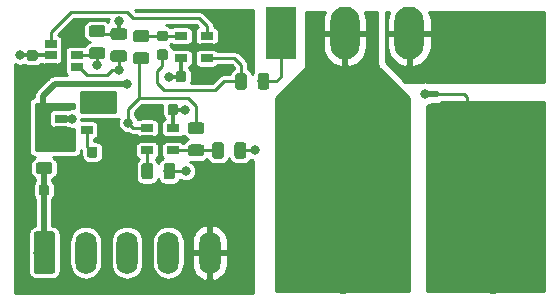
<source format=gtl>
G04 #@! TF.GenerationSoftware,KiCad,Pcbnew,(5.1.2)-2*
G04 #@! TF.CreationDate,2021-03-22T02:30:38-04:00*
G04 #@! TF.ProjectId,Repowered_Electronic_Load_Module,5265706f-7765-4726-9564-5f456c656374,rev?*
G04 #@! TF.SameCoordinates,Original*
G04 #@! TF.FileFunction,Copper,L1,Top*
G04 #@! TF.FilePolarity,Positive*
%FSLAX46Y46*%
G04 Gerber Fmt 4.6, Leading zero omitted, Abs format (unit mm)*
G04 Created by KiCad (PCBNEW (5.1.2)-2) date 2021-03-22 02:30:38*
%MOMM*%
%LPD*%
G04 APERTURE LIST*
%ADD10C,0.100000*%
%ADD11C,0.900000*%
%ADD12C,8.600000*%
%ADD13R,1.060000X0.650000*%
%ADD14O,1.800000X3.600000*%
%ADD15C,1.800000*%
%ADD16C,0.975000*%
%ADD17C,0.875000*%
%ADD18C,1.350000*%
%ADD19O,2.500000X4.500000*%
%ADD20R,2.500000X4.500000*%
%ADD21C,0.500000*%
%ADD22C,0.800000*%
%ADD23C,0.250000*%
%ADD24C,0.500000*%
%ADD25C,0.350000*%
%ADD26C,0.254000*%
G04 APERTURE END LIST*
D10*
G36*
X126750000Y-57350000D02*
G01*
X127750000Y-57350000D01*
X127750000Y-57850000D01*
X126750000Y-57850000D01*
X126750000Y-57350000D01*
G37*
D11*
X134730419Y-67969581D03*
X132450000Y-67025000D03*
X130169581Y-67969581D03*
X129225000Y-70250000D03*
X130169581Y-72530419D03*
X132450000Y-73475000D03*
X134730419Y-72530419D03*
X135675000Y-70250000D03*
D12*
X132450000Y-70250000D03*
D11*
X122030419Y-67969581D03*
X119750000Y-67025000D03*
X117469581Y-67969581D03*
X116525000Y-70250000D03*
X117469581Y-72530419D03*
X119750000Y-73475000D03*
X122030419Y-72530419D03*
X122975000Y-70250000D03*
D12*
X119750000Y-70250000D03*
D13*
X98075000Y-58750000D03*
X98075000Y-60650000D03*
X95875000Y-60650000D03*
X95875000Y-59700000D03*
X95875000Y-58750000D03*
D14*
X108500000Y-71050000D03*
X105000000Y-71050000D03*
X101500000Y-71050000D03*
X98000000Y-71050000D03*
D10*
G36*
X95174504Y-69251204D02*
G01*
X95198773Y-69254804D01*
X95222571Y-69260765D01*
X95245671Y-69269030D01*
X95267849Y-69279520D01*
X95288893Y-69292133D01*
X95308598Y-69306747D01*
X95326777Y-69323223D01*
X95343253Y-69341402D01*
X95357867Y-69361107D01*
X95370480Y-69382151D01*
X95380970Y-69404329D01*
X95389235Y-69427429D01*
X95395196Y-69451227D01*
X95398796Y-69475496D01*
X95400000Y-69500000D01*
X95400000Y-72600000D01*
X95398796Y-72624504D01*
X95395196Y-72648773D01*
X95389235Y-72672571D01*
X95380970Y-72695671D01*
X95370480Y-72717849D01*
X95357867Y-72738893D01*
X95343253Y-72758598D01*
X95326777Y-72776777D01*
X95308598Y-72793253D01*
X95288893Y-72807867D01*
X95267849Y-72820480D01*
X95245671Y-72830970D01*
X95222571Y-72839235D01*
X95198773Y-72845196D01*
X95174504Y-72848796D01*
X95150000Y-72850000D01*
X93850000Y-72850000D01*
X93825496Y-72848796D01*
X93801227Y-72845196D01*
X93777429Y-72839235D01*
X93754329Y-72830970D01*
X93732151Y-72820480D01*
X93711107Y-72807867D01*
X93691402Y-72793253D01*
X93673223Y-72776777D01*
X93656747Y-72758598D01*
X93642133Y-72738893D01*
X93629520Y-72717849D01*
X93619030Y-72695671D01*
X93610765Y-72672571D01*
X93604804Y-72648773D01*
X93601204Y-72624504D01*
X93600000Y-72600000D01*
X93600000Y-69500000D01*
X93601204Y-69475496D01*
X93604804Y-69451227D01*
X93610765Y-69427429D01*
X93619030Y-69404329D01*
X93629520Y-69382151D01*
X93642133Y-69361107D01*
X93656747Y-69341402D01*
X93673223Y-69323223D01*
X93691402Y-69306747D01*
X93711107Y-69292133D01*
X93732151Y-69279520D01*
X93754329Y-69269030D01*
X93777429Y-69260765D01*
X93801227Y-69254804D01*
X93825496Y-69251204D01*
X93850000Y-69250000D01*
X95150000Y-69250000D01*
X95174504Y-69251204D01*
X95174504Y-69251204D01*
G37*
D15*
X94500000Y-71050000D03*
D10*
G36*
X100355142Y-60126174D02*
G01*
X100378803Y-60129684D01*
X100402007Y-60135496D01*
X100424529Y-60143554D01*
X100446153Y-60153782D01*
X100466670Y-60166079D01*
X100485883Y-60180329D01*
X100503607Y-60196393D01*
X100519671Y-60214117D01*
X100533921Y-60233330D01*
X100546218Y-60253847D01*
X100556446Y-60275471D01*
X100564504Y-60297993D01*
X100570316Y-60321197D01*
X100573826Y-60344858D01*
X100575000Y-60368750D01*
X100575000Y-60856250D01*
X100573826Y-60880142D01*
X100570316Y-60903803D01*
X100564504Y-60927007D01*
X100556446Y-60949529D01*
X100546218Y-60971153D01*
X100533921Y-60991670D01*
X100519671Y-61010883D01*
X100503607Y-61028607D01*
X100485883Y-61044671D01*
X100466670Y-61058921D01*
X100446153Y-61071218D01*
X100424529Y-61081446D01*
X100402007Y-61089504D01*
X100378803Y-61095316D01*
X100355142Y-61098826D01*
X100331250Y-61100000D01*
X99418750Y-61100000D01*
X99394858Y-61098826D01*
X99371197Y-61095316D01*
X99347993Y-61089504D01*
X99325471Y-61081446D01*
X99303847Y-61071218D01*
X99283330Y-61058921D01*
X99264117Y-61044671D01*
X99246393Y-61028607D01*
X99230329Y-61010883D01*
X99216079Y-60991670D01*
X99203782Y-60971153D01*
X99193554Y-60949529D01*
X99185496Y-60927007D01*
X99179684Y-60903803D01*
X99176174Y-60880142D01*
X99175000Y-60856250D01*
X99175000Y-60368750D01*
X99176174Y-60344858D01*
X99179684Y-60321197D01*
X99185496Y-60297993D01*
X99193554Y-60275471D01*
X99203782Y-60253847D01*
X99216079Y-60233330D01*
X99230329Y-60214117D01*
X99246393Y-60196393D01*
X99264117Y-60180329D01*
X99283330Y-60166079D01*
X99303847Y-60153782D01*
X99325471Y-60143554D01*
X99347993Y-60135496D01*
X99371197Y-60129684D01*
X99394858Y-60126174D01*
X99418750Y-60125000D01*
X100331250Y-60125000D01*
X100355142Y-60126174D01*
X100355142Y-60126174D01*
G37*
D16*
X99875000Y-60612500D03*
D10*
G36*
X100355142Y-58251174D02*
G01*
X100378803Y-58254684D01*
X100402007Y-58260496D01*
X100424529Y-58268554D01*
X100446153Y-58278782D01*
X100466670Y-58291079D01*
X100485883Y-58305329D01*
X100503607Y-58321393D01*
X100519671Y-58339117D01*
X100533921Y-58358330D01*
X100546218Y-58378847D01*
X100556446Y-58400471D01*
X100564504Y-58422993D01*
X100570316Y-58446197D01*
X100573826Y-58469858D01*
X100575000Y-58493750D01*
X100575000Y-58981250D01*
X100573826Y-59005142D01*
X100570316Y-59028803D01*
X100564504Y-59052007D01*
X100556446Y-59074529D01*
X100546218Y-59096153D01*
X100533921Y-59116670D01*
X100519671Y-59135883D01*
X100503607Y-59153607D01*
X100485883Y-59169671D01*
X100466670Y-59183921D01*
X100446153Y-59196218D01*
X100424529Y-59206446D01*
X100402007Y-59214504D01*
X100378803Y-59220316D01*
X100355142Y-59223826D01*
X100331250Y-59225000D01*
X99418750Y-59225000D01*
X99394858Y-59223826D01*
X99371197Y-59220316D01*
X99347993Y-59214504D01*
X99325471Y-59206446D01*
X99303847Y-59196218D01*
X99283330Y-59183921D01*
X99264117Y-59169671D01*
X99246393Y-59153607D01*
X99230329Y-59135883D01*
X99216079Y-59116670D01*
X99203782Y-59096153D01*
X99193554Y-59074529D01*
X99185496Y-59052007D01*
X99179684Y-59028803D01*
X99176174Y-59005142D01*
X99175000Y-58981250D01*
X99175000Y-58493750D01*
X99176174Y-58469858D01*
X99179684Y-58446197D01*
X99185496Y-58422993D01*
X99193554Y-58400471D01*
X99203782Y-58378847D01*
X99216079Y-58358330D01*
X99230329Y-58339117D01*
X99246393Y-58321393D01*
X99264117Y-58305329D01*
X99283330Y-58291079D01*
X99303847Y-58278782D01*
X99325471Y-58268554D01*
X99347993Y-58260496D01*
X99371197Y-58254684D01*
X99394858Y-58251174D01*
X99418750Y-58250000D01*
X100331250Y-58250000D01*
X100355142Y-58251174D01*
X100355142Y-58251174D01*
G37*
D16*
X99875000Y-58737500D03*
D10*
G36*
X98802691Y-62076053D02*
G01*
X98823926Y-62079203D01*
X98844750Y-62084419D01*
X98864962Y-62091651D01*
X98884368Y-62100830D01*
X98902781Y-62111866D01*
X98920024Y-62124654D01*
X98935930Y-62139070D01*
X98950346Y-62154976D01*
X98963134Y-62172219D01*
X98974170Y-62190632D01*
X98983349Y-62210038D01*
X98990581Y-62230250D01*
X98995797Y-62251074D01*
X98998947Y-62272309D01*
X99000000Y-62293750D01*
X99000000Y-62806250D01*
X98998947Y-62827691D01*
X98995797Y-62848926D01*
X98990581Y-62869750D01*
X98983349Y-62889962D01*
X98974170Y-62909368D01*
X98963134Y-62927781D01*
X98950346Y-62945024D01*
X98935930Y-62960930D01*
X98920024Y-62975346D01*
X98902781Y-62988134D01*
X98884368Y-62999170D01*
X98864962Y-63008349D01*
X98844750Y-63015581D01*
X98823926Y-63020797D01*
X98802691Y-63023947D01*
X98781250Y-63025000D01*
X98343750Y-63025000D01*
X98322309Y-63023947D01*
X98301074Y-63020797D01*
X98280250Y-63015581D01*
X98260038Y-63008349D01*
X98240632Y-62999170D01*
X98222219Y-62988134D01*
X98204976Y-62975346D01*
X98189070Y-62960930D01*
X98174654Y-62945024D01*
X98161866Y-62927781D01*
X98150830Y-62909368D01*
X98141651Y-62889962D01*
X98134419Y-62869750D01*
X98129203Y-62848926D01*
X98126053Y-62827691D01*
X98125000Y-62806250D01*
X98125000Y-62293750D01*
X98126053Y-62272309D01*
X98129203Y-62251074D01*
X98134419Y-62230250D01*
X98141651Y-62210038D01*
X98150830Y-62190632D01*
X98161866Y-62172219D01*
X98174654Y-62154976D01*
X98189070Y-62139070D01*
X98204976Y-62124654D01*
X98222219Y-62111866D01*
X98240632Y-62100830D01*
X98260038Y-62091651D01*
X98280250Y-62084419D01*
X98301074Y-62079203D01*
X98322309Y-62076053D01*
X98343750Y-62075000D01*
X98781250Y-62075000D01*
X98802691Y-62076053D01*
X98802691Y-62076053D01*
G37*
D17*
X98562500Y-62550000D03*
D10*
G36*
X100377691Y-62076053D02*
G01*
X100398926Y-62079203D01*
X100419750Y-62084419D01*
X100439962Y-62091651D01*
X100459368Y-62100830D01*
X100477781Y-62111866D01*
X100495024Y-62124654D01*
X100510930Y-62139070D01*
X100525346Y-62154976D01*
X100538134Y-62172219D01*
X100549170Y-62190632D01*
X100558349Y-62210038D01*
X100565581Y-62230250D01*
X100570797Y-62251074D01*
X100573947Y-62272309D01*
X100575000Y-62293750D01*
X100575000Y-62806250D01*
X100573947Y-62827691D01*
X100570797Y-62848926D01*
X100565581Y-62869750D01*
X100558349Y-62889962D01*
X100549170Y-62909368D01*
X100538134Y-62927781D01*
X100525346Y-62945024D01*
X100510930Y-62960930D01*
X100495024Y-62975346D01*
X100477781Y-62988134D01*
X100459368Y-62999170D01*
X100439962Y-63008349D01*
X100419750Y-63015581D01*
X100398926Y-63020797D01*
X100377691Y-63023947D01*
X100356250Y-63025000D01*
X99918750Y-63025000D01*
X99897309Y-63023947D01*
X99876074Y-63020797D01*
X99855250Y-63015581D01*
X99835038Y-63008349D01*
X99815632Y-62999170D01*
X99797219Y-62988134D01*
X99779976Y-62975346D01*
X99764070Y-62960930D01*
X99749654Y-62945024D01*
X99736866Y-62927781D01*
X99725830Y-62909368D01*
X99716651Y-62889962D01*
X99709419Y-62869750D01*
X99704203Y-62848926D01*
X99701053Y-62827691D01*
X99700000Y-62806250D01*
X99700000Y-62293750D01*
X99701053Y-62272309D01*
X99704203Y-62251074D01*
X99709419Y-62230250D01*
X99716651Y-62210038D01*
X99725830Y-62190632D01*
X99736866Y-62172219D01*
X99749654Y-62154976D01*
X99764070Y-62139070D01*
X99779976Y-62124654D01*
X99797219Y-62111866D01*
X99815632Y-62100830D01*
X99835038Y-62091651D01*
X99855250Y-62084419D01*
X99876074Y-62079203D01*
X99897309Y-62076053D01*
X99918750Y-62075000D01*
X100356250Y-62075000D01*
X100377691Y-62076053D01*
X100377691Y-62076053D01*
G37*
D17*
X100137500Y-62550000D03*
D10*
G36*
X135649505Y-59226204D02*
G01*
X135673773Y-59229804D01*
X135697572Y-59235765D01*
X135720671Y-59244030D01*
X135742850Y-59254520D01*
X135763893Y-59267132D01*
X135783599Y-59281747D01*
X135801777Y-59298223D01*
X135818253Y-59316401D01*
X135832868Y-59336107D01*
X135845480Y-59357150D01*
X135855970Y-59379329D01*
X135864235Y-59402428D01*
X135870196Y-59426227D01*
X135873796Y-59450495D01*
X135875000Y-59474999D01*
X135875000Y-60325001D01*
X135873796Y-60349505D01*
X135870196Y-60373773D01*
X135864235Y-60397572D01*
X135855970Y-60420671D01*
X135845480Y-60442850D01*
X135832868Y-60463893D01*
X135818253Y-60483599D01*
X135801777Y-60501777D01*
X135783599Y-60518253D01*
X135763893Y-60532868D01*
X135742850Y-60545480D01*
X135720671Y-60555970D01*
X135697572Y-60564235D01*
X135673773Y-60570196D01*
X135649505Y-60573796D01*
X135625001Y-60575000D01*
X132774999Y-60575000D01*
X132750495Y-60573796D01*
X132726227Y-60570196D01*
X132702428Y-60564235D01*
X132679329Y-60555970D01*
X132657150Y-60545480D01*
X132636107Y-60532868D01*
X132616401Y-60518253D01*
X132598223Y-60501777D01*
X132581747Y-60483599D01*
X132567132Y-60463893D01*
X132554520Y-60442850D01*
X132544030Y-60420671D01*
X132535765Y-60397572D01*
X132529804Y-60373773D01*
X132526204Y-60349505D01*
X132525000Y-60325001D01*
X132525000Y-59474999D01*
X132526204Y-59450495D01*
X132529804Y-59426227D01*
X132535765Y-59402428D01*
X132544030Y-59379329D01*
X132554520Y-59357150D01*
X132567132Y-59336107D01*
X132581747Y-59316401D01*
X132598223Y-59298223D01*
X132616401Y-59281747D01*
X132636107Y-59267132D01*
X132657150Y-59254520D01*
X132679329Y-59244030D01*
X132702428Y-59235765D01*
X132726227Y-59229804D01*
X132750495Y-59226204D01*
X132774999Y-59225000D01*
X135625001Y-59225000D01*
X135649505Y-59226204D01*
X135649505Y-59226204D01*
G37*
D18*
X134200000Y-59900000D03*
D10*
G36*
X135649505Y-53426204D02*
G01*
X135673773Y-53429804D01*
X135697572Y-53435765D01*
X135720671Y-53444030D01*
X135742850Y-53454520D01*
X135763893Y-53467132D01*
X135783599Y-53481747D01*
X135801777Y-53498223D01*
X135818253Y-53516401D01*
X135832868Y-53536107D01*
X135845480Y-53557150D01*
X135855970Y-53579329D01*
X135864235Y-53602428D01*
X135870196Y-53626227D01*
X135873796Y-53650495D01*
X135875000Y-53674999D01*
X135875000Y-54525001D01*
X135873796Y-54549505D01*
X135870196Y-54573773D01*
X135864235Y-54597572D01*
X135855970Y-54620671D01*
X135845480Y-54642850D01*
X135832868Y-54663893D01*
X135818253Y-54683599D01*
X135801777Y-54701777D01*
X135783599Y-54718253D01*
X135763893Y-54732868D01*
X135742850Y-54745480D01*
X135720671Y-54755970D01*
X135697572Y-54764235D01*
X135673773Y-54770196D01*
X135649505Y-54773796D01*
X135625001Y-54775000D01*
X132774999Y-54775000D01*
X132750495Y-54773796D01*
X132726227Y-54770196D01*
X132702428Y-54764235D01*
X132679329Y-54755970D01*
X132657150Y-54745480D01*
X132636107Y-54732868D01*
X132616401Y-54718253D01*
X132598223Y-54701777D01*
X132581747Y-54683599D01*
X132567132Y-54663893D01*
X132554520Y-54642850D01*
X132544030Y-54620671D01*
X132535765Y-54597572D01*
X132529804Y-54573773D01*
X132526204Y-54549505D01*
X132525000Y-54525001D01*
X132525000Y-53674999D01*
X132526204Y-53650495D01*
X132529804Y-53626227D01*
X132535765Y-53602428D01*
X132544030Y-53579329D01*
X132554520Y-53557150D01*
X132567132Y-53536107D01*
X132581747Y-53516401D01*
X132598223Y-53498223D01*
X132616401Y-53481747D01*
X132636107Y-53467132D01*
X132657150Y-53454520D01*
X132679329Y-53444030D01*
X132702428Y-53435765D01*
X132726227Y-53429804D01*
X132750495Y-53426204D01*
X132774999Y-53425000D01*
X135625001Y-53425000D01*
X135649505Y-53426204D01*
X135649505Y-53426204D01*
G37*
D18*
X134200000Y-54100000D03*
D13*
X105400000Y-60500000D03*
X105400000Y-62400000D03*
X103200000Y-62400000D03*
X103200000Y-61450000D03*
X103200000Y-60500000D03*
X106050000Y-54600000D03*
X106050000Y-52700000D03*
X108250000Y-52700000D03*
X108250000Y-53650000D03*
X108250000Y-54600000D03*
X97225000Y-54350000D03*
X97225000Y-53400000D03*
X97225000Y-55300000D03*
X95025000Y-55300000D03*
X95025000Y-54350000D03*
X95025000Y-53400000D03*
D10*
G36*
X109480142Y-61701174D02*
G01*
X109503803Y-61704684D01*
X109527007Y-61710496D01*
X109549529Y-61718554D01*
X109571153Y-61728782D01*
X109591670Y-61741079D01*
X109610883Y-61755329D01*
X109628607Y-61771393D01*
X109644671Y-61789117D01*
X109658921Y-61808330D01*
X109671218Y-61828847D01*
X109681446Y-61850471D01*
X109689504Y-61872993D01*
X109695316Y-61896197D01*
X109698826Y-61919858D01*
X109700000Y-61943750D01*
X109700000Y-62856250D01*
X109698826Y-62880142D01*
X109695316Y-62903803D01*
X109689504Y-62927007D01*
X109681446Y-62949529D01*
X109671218Y-62971153D01*
X109658921Y-62991670D01*
X109644671Y-63010883D01*
X109628607Y-63028607D01*
X109610883Y-63044671D01*
X109591670Y-63058921D01*
X109571153Y-63071218D01*
X109549529Y-63081446D01*
X109527007Y-63089504D01*
X109503803Y-63095316D01*
X109480142Y-63098826D01*
X109456250Y-63100000D01*
X108968750Y-63100000D01*
X108944858Y-63098826D01*
X108921197Y-63095316D01*
X108897993Y-63089504D01*
X108875471Y-63081446D01*
X108853847Y-63071218D01*
X108833330Y-63058921D01*
X108814117Y-63044671D01*
X108796393Y-63028607D01*
X108780329Y-63010883D01*
X108766079Y-62991670D01*
X108753782Y-62971153D01*
X108743554Y-62949529D01*
X108735496Y-62927007D01*
X108729684Y-62903803D01*
X108726174Y-62880142D01*
X108725000Y-62856250D01*
X108725000Y-61943750D01*
X108726174Y-61919858D01*
X108729684Y-61896197D01*
X108735496Y-61872993D01*
X108743554Y-61850471D01*
X108753782Y-61828847D01*
X108766079Y-61808330D01*
X108780329Y-61789117D01*
X108796393Y-61771393D01*
X108814117Y-61755329D01*
X108833330Y-61741079D01*
X108853847Y-61728782D01*
X108875471Y-61718554D01*
X108897993Y-61710496D01*
X108921197Y-61704684D01*
X108944858Y-61701174D01*
X108968750Y-61700000D01*
X109456250Y-61700000D01*
X109480142Y-61701174D01*
X109480142Y-61701174D01*
G37*
D16*
X109212500Y-62400000D03*
D10*
G36*
X111355142Y-61701174D02*
G01*
X111378803Y-61704684D01*
X111402007Y-61710496D01*
X111424529Y-61718554D01*
X111446153Y-61728782D01*
X111466670Y-61741079D01*
X111485883Y-61755329D01*
X111503607Y-61771393D01*
X111519671Y-61789117D01*
X111533921Y-61808330D01*
X111546218Y-61828847D01*
X111556446Y-61850471D01*
X111564504Y-61872993D01*
X111570316Y-61896197D01*
X111573826Y-61919858D01*
X111575000Y-61943750D01*
X111575000Y-62856250D01*
X111573826Y-62880142D01*
X111570316Y-62903803D01*
X111564504Y-62927007D01*
X111556446Y-62949529D01*
X111546218Y-62971153D01*
X111533921Y-62991670D01*
X111519671Y-63010883D01*
X111503607Y-63028607D01*
X111485883Y-63044671D01*
X111466670Y-63058921D01*
X111446153Y-63071218D01*
X111424529Y-63081446D01*
X111402007Y-63089504D01*
X111378803Y-63095316D01*
X111355142Y-63098826D01*
X111331250Y-63100000D01*
X110843750Y-63100000D01*
X110819858Y-63098826D01*
X110796197Y-63095316D01*
X110772993Y-63089504D01*
X110750471Y-63081446D01*
X110728847Y-63071218D01*
X110708330Y-63058921D01*
X110689117Y-63044671D01*
X110671393Y-63028607D01*
X110655329Y-63010883D01*
X110641079Y-62991670D01*
X110628782Y-62971153D01*
X110618554Y-62949529D01*
X110610496Y-62927007D01*
X110604684Y-62903803D01*
X110601174Y-62880142D01*
X110600000Y-62856250D01*
X110600000Y-61943750D01*
X110601174Y-61919858D01*
X110604684Y-61896197D01*
X110610496Y-61872993D01*
X110618554Y-61850471D01*
X110628782Y-61828847D01*
X110641079Y-61808330D01*
X110655329Y-61789117D01*
X110671393Y-61771393D01*
X110689117Y-61755329D01*
X110708330Y-61741079D01*
X110728847Y-61728782D01*
X110750471Y-61718554D01*
X110772993Y-61710496D01*
X110796197Y-61704684D01*
X110819858Y-61701174D01*
X110843750Y-61700000D01*
X111331250Y-61700000D01*
X111355142Y-61701174D01*
X111355142Y-61701174D01*
G37*
D16*
X111087500Y-62400000D03*
D10*
G36*
X107830142Y-60026174D02*
G01*
X107853803Y-60029684D01*
X107877007Y-60035496D01*
X107899529Y-60043554D01*
X107921153Y-60053782D01*
X107941670Y-60066079D01*
X107960883Y-60080329D01*
X107978607Y-60096393D01*
X107994671Y-60114117D01*
X108008921Y-60133330D01*
X108021218Y-60153847D01*
X108031446Y-60175471D01*
X108039504Y-60197993D01*
X108045316Y-60221197D01*
X108048826Y-60244858D01*
X108050000Y-60268750D01*
X108050000Y-60756250D01*
X108048826Y-60780142D01*
X108045316Y-60803803D01*
X108039504Y-60827007D01*
X108031446Y-60849529D01*
X108021218Y-60871153D01*
X108008921Y-60891670D01*
X107994671Y-60910883D01*
X107978607Y-60928607D01*
X107960883Y-60944671D01*
X107941670Y-60958921D01*
X107921153Y-60971218D01*
X107899529Y-60981446D01*
X107877007Y-60989504D01*
X107853803Y-60995316D01*
X107830142Y-60998826D01*
X107806250Y-61000000D01*
X106893750Y-61000000D01*
X106869858Y-60998826D01*
X106846197Y-60995316D01*
X106822993Y-60989504D01*
X106800471Y-60981446D01*
X106778847Y-60971218D01*
X106758330Y-60958921D01*
X106739117Y-60944671D01*
X106721393Y-60928607D01*
X106705329Y-60910883D01*
X106691079Y-60891670D01*
X106678782Y-60871153D01*
X106668554Y-60849529D01*
X106660496Y-60827007D01*
X106654684Y-60803803D01*
X106651174Y-60780142D01*
X106650000Y-60756250D01*
X106650000Y-60268750D01*
X106651174Y-60244858D01*
X106654684Y-60221197D01*
X106660496Y-60197993D01*
X106668554Y-60175471D01*
X106678782Y-60153847D01*
X106691079Y-60133330D01*
X106705329Y-60114117D01*
X106721393Y-60096393D01*
X106739117Y-60080329D01*
X106758330Y-60066079D01*
X106778847Y-60053782D01*
X106800471Y-60043554D01*
X106822993Y-60035496D01*
X106846197Y-60029684D01*
X106869858Y-60026174D01*
X106893750Y-60025000D01*
X107806250Y-60025000D01*
X107830142Y-60026174D01*
X107830142Y-60026174D01*
G37*
D16*
X107350000Y-60512500D03*
D10*
G36*
X107830142Y-61901174D02*
G01*
X107853803Y-61904684D01*
X107877007Y-61910496D01*
X107899529Y-61918554D01*
X107921153Y-61928782D01*
X107941670Y-61941079D01*
X107960883Y-61955329D01*
X107978607Y-61971393D01*
X107994671Y-61989117D01*
X108008921Y-62008330D01*
X108021218Y-62028847D01*
X108031446Y-62050471D01*
X108039504Y-62072993D01*
X108045316Y-62096197D01*
X108048826Y-62119858D01*
X108050000Y-62143750D01*
X108050000Y-62631250D01*
X108048826Y-62655142D01*
X108045316Y-62678803D01*
X108039504Y-62702007D01*
X108031446Y-62724529D01*
X108021218Y-62746153D01*
X108008921Y-62766670D01*
X107994671Y-62785883D01*
X107978607Y-62803607D01*
X107960883Y-62819671D01*
X107941670Y-62833921D01*
X107921153Y-62846218D01*
X107899529Y-62856446D01*
X107877007Y-62864504D01*
X107853803Y-62870316D01*
X107830142Y-62873826D01*
X107806250Y-62875000D01*
X106893750Y-62875000D01*
X106869858Y-62873826D01*
X106846197Y-62870316D01*
X106822993Y-62864504D01*
X106800471Y-62856446D01*
X106778847Y-62846218D01*
X106758330Y-62833921D01*
X106739117Y-62819671D01*
X106721393Y-62803607D01*
X106705329Y-62785883D01*
X106691079Y-62766670D01*
X106678782Y-62746153D01*
X106668554Y-62724529D01*
X106660496Y-62702007D01*
X106654684Y-62678803D01*
X106651174Y-62655142D01*
X106650000Y-62631250D01*
X106650000Y-62143750D01*
X106651174Y-62119858D01*
X106654684Y-62096197D01*
X106660496Y-62072993D01*
X106668554Y-62050471D01*
X106678782Y-62028847D01*
X106691079Y-62008330D01*
X106705329Y-61989117D01*
X106721393Y-61971393D01*
X106739117Y-61955329D01*
X106758330Y-61941079D01*
X106778847Y-61928782D01*
X106800471Y-61918554D01*
X106822993Y-61910496D01*
X106846197Y-61904684D01*
X106869858Y-61901174D01*
X106893750Y-61900000D01*
X107806250Y-61900000D01*
X107830142Y-61901174D01*
X107830142Y-61901174D01*
G37*
D16*
X107350000Y-62387500D03*
D10*
G36*
X131749505Y-59226204D02*
G01*
X131773773Y-59229804D01*
X131797572Y-59235765D01*
X131820671Y-59244030D01*
X131842850Y-59254520D01*
X131863893Y-59267132D01*
X131883599Y-59281747D01*
X131901777Y-59298223D01*
X131918253Y-59316401D01*
X131932868Y-59336107D01*
X131945480Y-59357150D01*
X131955970Y-59379329D01*
X131964235Y-59402428D01*
X131970196Y-59426227D01*
X131973796Y-59450495D01*
X131975000Y-59474999D01*
X131975000Y-60325001D01*
X131973796Y-60349505D01*
X131970196Y-60373773D01*
X131964235Y-60397572D01*
X131955970Y-60420671D01*
X131945480Y-60442850D01*
X131932868Y-60463893D01*
X131918253Y-60483599D01*
X131901777Y-60501777D01*
X131883599Y-60518253D01*
X131863893Y-60532868D01*
X131842850Y-60545480D01*
X131820671Y-60555970D01*
X131797572Y-60564235D01*
X131773773Y-60570196D01*
X131749505Y-60573796D01*
X131725001Y-60575000D01*
X128874999Y-60575000D01*
X128850495Y-60573796D01*
X128826227Y-60570196D01*
X128802428Y-60564235D01*
X128779329Y-60555970D01*
X128757150Y-60545480D01*
X128736107Y-60532868D01*
X128716401Y-60518253D01*
X128698223Y-60501777D01*
X128681747Y-60483599D01*
X128667132Y-60463893D01*
X128654520Y-60442850D01*
X128644030Y-60420671D01*
X128635765Y-60397572D01*
X128629804Y-60373773D01*
X128626204Y-60349505D01*
X128625000Y-60325001D01*
X128625000Y-59474999D01*
X128626204Y-59450495D01*
X128629804Y-59426227D01*
X128635765Y-59402428D01*
X128644030Y-59379329D01*
X128654520Y-59357150D01*
X128667132Y-59336107D01*
X128681747Y-59316401D01*
X128698223Y-59298223D01*
X128716401Y-59281747D01*
X128736107Y-59267132D01*
X128757150Y-59254520D01*
X128779329Y-59244030D01*
X128802428Y-59235765D01*
X128826227Y-59229804D01*
X128850495Y-59226204D01*
X128874999Y-59225000D01*
X131725001Y-59225000D01*
X131749505Y-59226204D01*
X131749505Y-59226204D01*
G37*
D18*
X130300000Y-59900000D03*
D10*
G36*
X131749505Y-53426204D02*
G01*
X131773773Y-53429804D01*
X131797572Y-53435765D01*
X131820671Y-53444030D01*
X131842850Y-53454520D01*
X131863893Y-53467132D01*
X131883599Y-53481747D01*
X131901777Y-53498223D01*
X131918253Y-53516401D01*
X131932868Y-53536107D01*
X131945480Y-53557150D01*
X131955970Y-53579329D01*
X131964235Y-53602428D01*
X131970196Y-53626227D01*
X131973796Y-53650495D01*
X131975000Y-53674999D01*
X131975000Y-54525001D01*
X131973796Y-54549505D01*
X131970196Y-54573773D01*
X131964235Y-54597572D01*
X131955970Y-54620671D01*
X131945480Y-54642850D01*
X131932868Y-54663893D01*
X131918253Y-54683599D01*
X131901777Y-54701777D01*
X131883599Y-54718253D01*
X131863893Y-54732868D01*
X131842850Y-54745480D01*
X131820671Y-54755970D01*
X131797572Y-54764235D01*
X131773773Y-54770196D01*
X131749505Y-54773796D01*
X131725001Y-54775000D01*
X128874999Y-54775000D01*
X128850495Y-54773796D01*
X128826227Y-54770196D01*
X128802428Y-54764235D01*
X128779329Y-54755970D01*
X128757150Y-54745480D01*
X128736107Y-54732868D01*
X128716401Y-54718253D01*
X128698223Y-54701777D01*
X128681747Y-54683599D01*
X128667132Y-54663893D01*
X128654520Y-54642850D01*
X128644030Y-54620671D01*
X128635765Y-54597572D01*
X128629804Y-54573773D01*
X128626204Y-54549505D01*
X128625000Y-54525001D01*
X128625000Y-53674999D01*
X128626204Y-53650495D01*
X128629804Y-53626227D01*
X128635765Y-53602428D01*
X128644030Y-53579329D01*
X128654520Y-53557150D01*
X128667132Y-53536107D01*
X128681747Y-53516401D01*
X128698223Y-53498223D01*
X128716401Y-53481747D01*
X128736107Y-53467132D01*
X128757150Y-53454520D01*
X128779329Y-53444030D01*
X128802428Y-53435765D01*
X128826227Y-53429804D01*
X128850495Y-53426204D01*
X128874999Y-53425000D01*
X131725001Y-53425000D01*
X131749505Y-53426204D01*
X131749505Y-53426204D01*
G37*
D18*
X130300000Y-54100000D03*
D10*
G36*
X103480142Y-63451174D02*
G01*
X103503803Y-63454684D01*
X103527007Y-63460496D01*
X103549529Y-63468554D01*
X103571153Y-63478782D01*
X103591670Y-63491079D01*
X103610883Y-63505329D01*
X103628607Y-63521393D01*
X103644671Y-63539117D01*
X103658921Y-63558330D01*
X103671218Y-63578847D01*
X103681446Y-63600471D01*
X103689504Y-63622993D01*
X103695316Y-63646197D01*
X103698826Y-63669858D01*
X103700000Y-63693750D01*
X103700000Y-64606250D01*
X103698826Y-64630142D01*
X103695316Y-64653803D01*
X103689504Y-64677007D01*
X103681446Y-64699529D01*
X103671218Y-64721153D01*
X103658921Y-64741670D01*
X103644671Y-64760883D01*
X103628607Y-64778607D01*
X103610883Y-64794671D01*
X103591670Y-64808921D01*
X103571153Y-64821218D01*
X103549529Y-64831446D01*
X103527007Y-64839504D01*
X103503803Y-64845316D01*
X103480142Y-64848826D01*
X103456250Y-64850000D01*
X102968750Y-64850000D01*
X102944858Y-64848826D01*
X102921197Y-64845316D01*
X102897993Y-64839504D01*
X102875471Y-64831446D01*
X102853847Y-64821218D01*
X102833330Y-64808921D01*
X102814117Y-64794671D01*
X102796393Y-64778607D01*
X102780329Y-64760883D01*
X102766079Y-64741670D01*
X102753782Y-64721153D01*
X102743554Y-64699529D01*
X102735496Y-64677007D01*
X102729684Y-64653803D01*
X102726174Y-64630142D01*
X102725000Y-64606250D01*
X102725000Y-63693750D01*
X102726174Y-63669858D01*
X102729684Y-63646197D01*
X102735496Y-63622993D01*
X102743554Y-63600471D01*
X102753782Y-63578847D01*
X102766079Y-63558330D01*
X102780329Y-63539117D01*
X102796393Y-63521393D01*
X102814117Y-63505329D01*
X102833330Y-63491079D01*
X102853847Y-63478782D01*
X102875471Y-63468554D01*
X102897993Y-63460496D01*
X102921197Y-63454684D01*
X102944858Y-63451174D01*
X102968750Y-63450000D01*
X103456250Y-63450000D01*
X103480142Y-63451174D01*
X103480142Y-63451174D01*
G37*
D16*
X103212500Y-64150000D03*
D10*
G36*
X105355142Y-63451174D02*
G01*
X105378803Y-63454684D01*
X105402007Y-63460496D01*
X105424529Y-63468554D01*
X105446153Y-63478782D01*
X105466670Y-63491079D01*
X105485883Y-63505329D01*
X105503607Y-63521393D01*
X105519671Y-63539117D01*
X105533921Y-63558330D01*
X105546218Y-63578847D01*
X105556446Y-63600471D01*
X105564504Y-63622993D01*
X105570316Y-63646197D01*
X105573826Y-63669858D01*
X105575000Y-63693750D01*
X105575000Y-64606250D01*
X105573826Y-64630142D01*
X105570316Y-64653803D01*
X105564504Y-64677007D01*
X105556446Y-64699529D01*
X105546218Y-64721153D01*
X105533921Y-64741670D01*
X105519671Y-64760883D01*
X105503607Y-64778607D01*
X105485883Y-64794671D01*
X105466670Y-64808921D01*
X105446153Y-64821218D01*
X105424529Y-64831446D01*
X105402007Y-64839504D01*
X105378803Y-64845316D01*
X105355142Y-64848826D01*
X105331250Y-64850000D01*
X104843750Y-64850000D01*
X104819858Y-64848826D01*
X104796197Y-64845316D01*
X104772993Y-64839504D01*
X104750471Y-64831446D01*
X104728847Y-64821218D01*
X104708330Y-64808921D01*
X104689117Y-64794671D01*
X104671393Y-64778607D01*
X104655329Y-64760883D01*
X104641079Y-64741670D01*
X104628782Y-64721153D01*
X104618554Y-64699529D01*
X104610496Y-64677007D01*
X104604684Y-64653803D01*
X104601174Y-64630142D01*
X104600000Y-64606250D01*
X104600000Y-63693750D01*
X104601174Y-63669858D01*
X104604684Y-63646197D01*
X104610496Y-63622993D01*
X104618554Y-63600471D01*
X104628782Y-63578847D01*
X104641079Y-63558330D01*
X104655329Y-63539117D01*
X104671393Y-63521393D01*
X104689117Y-63505329D01*
X104708330Y-63491079D01*
X104728847Y-63478782D01*
X104750471Y-63468554D01*
X104772993Y-63460496D01*
X104796197Y-63454684D01*
X104819858Y-63451174D01*
X104843750Y-63450000D01*
X105331250Y-63450000D01*
X105355142Y-63451174D01*
X105355142Y-63451174D01*
G37*
D16*
X105087500Y-64150000D03*
D10*
G36*
X103180142Y-54101174D02*
G01*
X103203803Y-54104684D01*
X103227007Y-54110496D01*
X103249529Y-54118554D01*
X103271153Y-54128782D01*
X103291670Y-54141079D01*
X103310883Y-54155329D01*
X103328607Y-54171393D01*
X103344671Y-54189117D01*
X103358921Y-54208330D01*
X103371218Y-54228847D01*
X103381446Y-54250471D01*
X103389504Y-54272993D01*
X103395316Y-54296197D01*
X103398826Y-54319858D01*
X103400000Y-54343750D01*
X103400000Y-54831250D01*
X103398826Y-54855142D01*
X103395316Y-54878803D01*
X103389504Y-54902007D01*
X103381446Y-54924529D01*
X103371218Y-54946153D01*
X103358921Y-54966670D01*
X103344671Y-54985883D01*
X103328607Y-55003607D01*
X103310883Y-55019671D01*
X103291670Y-55033921D01*
X103271153Y-55046218D01*
X103249529Y-55056446D01*
X103227007Y-55064504D01*
X103203803Y-55070316D01*
X103180142Y-55073826D01*
X103156250Y-55075000D01*
X102243750Y-55075000D01*
X102219858Y-55073826D01*
X102196197Y-55070316D01*
X102172993Y-55064504D01*
X102150471Y-55056446D01*
X102128847Y-55046218D01*
X102108330Y-55033921D01*
X102089117Y-55019671D01*
X102071393Y-55003607D01*
X102055329Y-54985883D01*
X102041079Y-54966670D01*
X102028782Y-54946153D01*
X102018554Y-54924529D01*
X102010496Y-54902007D01*
X102004684Y-54878803D01*
X102001174Y-54855142D01*
X102000000Y-54831250D01*
X102000000Y-54343750D01*
X102001174Y-54319858D01*
X102004684Y-54296197D01*
X102010496Y-54272993D01*
X102018554Y-54250471D01*
X102028782Y-54228847D01*
X102041079Y-54208330D01*
X102055329Y-54189117D01*
X102071393Y-54171393D01*
X102089117Y-54155329D01*
X102108330Y-54141079D01*
X102128847Y-54128782D01*
X102150471Y-54118554D01*
X102172993Y-54110496D01*
X102196197Y-54104684D01*
X102219858Y-54101174D01*
X102243750Y-54100000D01*
X103156250Y-54100000D01*
X103180142Y-54101174D01*
X103180142Y-54101174D01*
G37*
D16*
X102700000Y-54587500D03*
D10*
G36*
X103180142Y-52226174D02*
G01*
X103203803Y-52229684D01*
X103227007Y-52235496D01*
X103249529Y-52243554D01*
X103271153Y-52253782D01*
X103291670Y-52266079D01*
X103310883Y-52280329D01*
X103328607Y-52296393D01*
X103344671Y-52314117D01*
X103358921Y-52333330D01*
X103371218Y-52353847D01*
X103381446Y-52375471D01*
X103389504Y-52397993D01*
X103395316Y-52421197D01*
X103398826Y-52444858D01*
X103400000Y-52468750D01*
X103400000Y-52956250D01*
X103398826Y-52980142D01*
X103395316Y-53003803D01*
X103389504Y-53027007D01*
X103381446Y-53049529D01*
X103371218Y-53071153D01*
X103358921Y-53091670D01*
X103344671Y-53110883D01*
X103328607Y-53128607D01*
X103310883Y-53144671D01*
X103291670Y-53158921D01*
X103271153Y-53171218D01*
X103249529Y-53181446D01*
X103227007Y-53189504D01*
X103203803Y-53195316D01*
X103180142Y-53198826D01*
X103156250Y-53200000D01*
X102243750Y-53200000D01*
X102219858Y-53198826D01*
X102196197Y-53195316D01*
X102172993Y-53189504D01*
X102150471Y-53181446D01*
X102128847Y-53171218D01*
X102108330Y-53158921D01*
X102089117Y-53144671D01*
X102071393Y-53128607D01*
X102055329Y-53110883D01*
X102041079Y-53091670D01*
X102028782Y-53071153D01*
X102018554Y-53049529D01*
X102010496Y-53027007D01*
X102004684Y-53003803D01*
X102001174Y-52980142D01*
X102000000Y-52956250D01*
X102000000Y-52468750D01*
X102001174Y-52444858D01*
X102004684Y-52421197D01*
X102010496Y-52397993D01*
X102018554Y-52375471D01*
X102028782Y-52353847D01*
X102041079Y-52333330D01*
X102055329Y-52314117D01*
X102071393Y-52296393D01*
X102089117Y-52280329D01*
X102108330Y-52266079D01*
X102128847Y-52253782D01*
X102150471Y-52243554D01*
X102172993Y-52235496D01*
X102196197Y-52229684D01*
X102219858Y-52226174D01*
X102243750Y-52225000D01*
X103156250Y-52225000D01*
X103180142Y-52226174D01*
X103180142Y-52226174D01*
G37*
D16*
X102700000Y-52712500D03*
D10*
G36*
X111430142Y-55851174D02*
G01*
X111453803Y-55854684D01*
X111477007Y-55860496D01*
X111499529Y-55868554D01*
X111521153Y-55878782D01*
X111541670Y-55891079D01*
X111560883Y-55905329D01*
X111578607Y-55921393D01*
X111594671Y-55939117D01*
X111608921Y-55958330D01*
X111621218Y-55978847D01*
X111631446Y-56000471D01*
X111639504Y-56022993D01*
X111645316Y-56046197D01*
X111648826Y-56069858D01*
X111650000Y-56093750D01*
X111650000Y-57006250D01*
X111648826Y-57030142D01*
X111645316Y-57053803D01*
X111639504Y-57077007D01*
X111631446Y-57099529D01*
X111621218Y-57121153D01*
X111608921Y-57141670D01*
X111594671Y-57160883D01*
X111578607Y-57178607D01*
X111560883Y-57194671D01*
X111541670Y-57208921D01*
X111521153Y-57221218D01*
X111499529Y-57231446D01*
X111477007Y-57239504D01*
X111453803Y-57245316D01*
X111430142Y-57248826D01*
X111406250Y-57250000D01*
X110918750Y-57250000D01*
X110894858Y-57248826D01*
X110871197Y-57245316D01*
X110847993Y-57239504D01*
X110825471Y-57231446D01*
X110803847Y-57221218D01*
X110783330Y-57208921D01*
X110764117Y-57194671D01*
X110746393Y-57178607D01*
X110730329Y-57160883D01*
X110716079Y-57141670D01*
X110703782Y-57121153D01*
X110693554Y-57099529D01*
X110685496Y-57077007D01*
X110679684Y-57053803D01*
X110676174Y-57030142D01*
X110675000Y-57006250D01*
X110675000Y-56093750D01*
X110676174Y-56069858D01*
X110679684Y-56046197D01*
X110685496Y-56022993D01*
X110693554Y-56000471D01*
X110703782Y-55978847D01*
X110716079Y-55958330D01*
X110730329Y-55939117D01*
X110746393Y-55921393D01*
X110764117Y-55905329D01*
X110783330Y-55891079D01*
X110803847Y-55878782D01*
X110825471Y-55868554D01*
X110847993Y-55860496D01*
X110871197Y-55854684D01*
X110894858Y-55851174D01*
X110918750Y-55850000D01*
X111406250Y-55850000D01*
X111430142Y-55851174D01*
X111430142Y-55851174D01*
G37*
D16*
X111162500Y-56550000D03*
D10*
G36*
X113305142Y-55851174D02*
G01*
X113328803Y-55854684D01*
X113352007Y-55860496D01*
X113374529Y-55868554D01*
X113396153Y-55878782D01*
X113416670Y-55891079D01*
X113435883Y-55905329D01*
X113453607Y-55921393D01*
X113469671Y-55939117D01*
X113483921Y-55958330D01*
X113496218Y-55978847D01*
X113506446Y-56000471D01*
X113514504Y-56022993D01*
X113520316Y-56046197D01*
X113523826Y-56069858D01*
X113525000Y-56093750D01*
X113525000Y-57006250D01*
X113523826Y-57030142D01*
X113520316Y-57053803D01*
X113514504Y-57077007D01*
X113506446Y-57099529D01*
X113496218Y-57121153D01*
X113483921Y-57141670D01*
X113469671Y-57160883D01*
X113453607Y-57178607D01*
X113435883Y-57194671D01*
X113416670Y-57208921D01*
X113396153Y-57221218D01*
X113374529Y-57231446D01*
X113352007Y-57239504D01*
X113328803Y-57245316D01*
X113305142Y-57248826D01*
X113281250Y-57250000D01*
X112793750Y-57250000D01*
X112769858Y-57248826D01*
X112746197Y-57245316D01*
X112722993Y-57239504D01*
X112700471Y-57231446D01*
X112678847Y-57221218D01*
X112658330Y-57208921D01*
X112639117Y-57194671D01*
X112621393Y-57178607D01*
X112605329Y-57160883D01*
X112591079Y-57141670D01*
X112578782Y-57121153D01*
X112568554Y-57099529D01*
X112560496Y-57077007D01*
X112554684Y-57053803D01*
X112551174Y-57030142D01*
X112550000Y-57006250D01*
X112550000Y-56093750D01*
X112551174Y-56069858D01*
X112554684Y-56046197D01*
X112560496Y-56022993D01*
X112568554Y-56000471D01*
X112578782Y-55978847D01*
X112591079Y-55958330D01*
X112605329Y-55939117D01*
X112621393Y-55921393D01*
X112639117Y-55905329D01*
X112658330Y-55891079D01*
X112678847Y-55878782D01*
X112700471Y-55868554D01*
X112722993Y-55860496D01*
X112746197Y-55854684D01*
X112769858Y-55851174D01*
X112793750Y-55850000D01*
X113281250Y-55850000D01*
X113305142Y-55851174D01*
X113305142Y-55851174D01*
G37*
D16*
X113037500Y-56550000D03*
D10*
G36*
X101280142Y-53926174D02*
G01*
X101303803Y-53929684D01*
X101327007Y-53935496D01*
X101349529Y-53943554D01*
X101371153Y-53953782D01*
X101391670Y-53966079D01*
X101410883Y-53980329D01*
X101428607Y-53996393D01*
X101444671Y-54014117D01*
X101458921Y-54033330D01*
X101471218Y-54053847D01*
X101481446Y-54075471D01*
X101489504Y-54097993D01*
X101495316Y-54121197D01*
X101498826Y-54144858D01*
X101500000Y-54168750D01*
X101500000Y-54656250D01*
X101498826Y-54680142D01*
X101495316Y-54703803D01*
X101489504Y-54727007D01*
X101481446Y-54749529D01*
X101471218Y-54771153D01*
X101458921Y-54791670D01*
X101444671Y-54810883D01*
X101428607Y-54828607D01*
X101410883Y-54844671D01*
X101391670Y-54858921D01*
X101371153Y-54871218D01*
X101349529Y-54881446D01*
X101327007Y-54889504D01*
X101303803Y-54895316D01*
X101280142Y-54898826D01*
X101256250Y-54900000D01*
X100343750Y-54900000D01*
X100319858Y-54898826D01*
X100296197Y-54895316D01*
X100272993Y-54889504D01*
X100250471Y-54881446D01*
X100228847Y-54871218D01*
X100208330Y-54858921D01*
X100189117Y-54844671D01*
X100171393Y-54828607D01*
X100155329Y-54810883D01*
X100141079Y-54791670D01*
X100128782Y-54771153D01*
X100118554Y-54749529D01*
X100110496Y-54727007D01*
X100104684Y-54703803D01*
X100101174Y-54680142D01*
X100100000Y-54656250D01*
X100100000Y-54168750D01*
X100101174Y-54144858D01*
X100104684Y-54121197D01*
X100110496Y-54097993D01*
X100118554Y-54075471D01*
X100128782Y-54053847D01*
X100141079Y-54033330D01*
X100155329Y-54014117D01*
X100171393Y-53996393D01*
X100189117Y-53980329D01*
X100208330Y-53966079D01*
X100228847Y-53953782D01*
X100250471Y-53943554D01*
X100272993Y-53935496D01*
X100296197Y-53929684D01*
X100319858Y-53926174D01*
X100343750Y-53925000D01*
X101256250Y-53925000D01*
X101280142Y-53926174D01*
X101280142Y-53926174D01*
G37*
D16*
X100800000Y-54412500D03*
D10*
G36*
X101280142Y-52051174D02*
G01*
X101303803Y-52054684D01*
X101327007Y-52060496D01*
X101349529Y-52068554D01*
X101371153Y-52078782D01*
X101391670Y-52091079D01*
X101410883Y-52105329D01*
X101428607Y-52121393D01*
X101444671Y-52139117D01*
X101458921Y-52158330D01*
X101471218Y-52178847D01*
X101481446Y-52200471D01*
X101489504Y-52222993D01*
X101495316Y-52246197D01*
X101498826Y-52269858D01*
X101500000Y-52293750D01*
X101500000Y-52781250D01*
X101498826Y-52805142D01*
X101495316Y-52828803D01*
X101489504Y-52852007D01*
X101481446Y-52874529D01*
X101471218Y-52896153D01*
X101458921Y-52916670D01*
X101444671Y-52935883D01*
X101428607Y-52953607D01*
X101410883Y-52969671D01*
X101391670Y-52983921D01*
X101371153Y-52996218D01*
X101349529Y-53006446D01*
X101327007Y-53014504D01*
X101303803Y-53020316D01*
X101280142Y-53023826D01*
X101256250Y-53025000D01*
X100343750Y-53025000D01*
X100319858Y-53023826D01*
X100296197Y-53020316D01*
X100272993Y-53014504D01*
X100250471Y-53006446D01*
X100228847Y-52996218D01*
X100208330Y-52983921D01*
X100189117Y-52969671D01*
X100171393Y-52953607D01*
X100155329Y-52935883D01*
X100141079Y-52916670D01*
X100128782Y-52896153D01*
X100118554Y-52874529D01*
X100110496Y-52852007D01*
X100104684Y-52828803D01*
X100101174Y-52805142D01*
X100100000Y-52781250D01*
X100100000Y-52293750D01*
X100101174Y-52269858D01*
X100104684Y-52246197D01*
X100110496Y-52222993D01*
X100118554Y-52200471D01*
X100128782Y-52178847D01*
X100141079Y-52158330D01*
X100155329Y-52139117D01*
X100171393Y-52121393D01*
X100189117Y-52105329D01*
X100208330Y-52091079D01*
X100228847Y-52078782D01*
X100250471Y-52068554D01*
X100272993Y-52060496D01*
X100296197Y-52054684D01*
X100319858Y-52051174D01*
X100343750Y-52050000D01*
X101256250Y-52050000D01*
X101280142Y-52051174D01*
X101280142Y-52051174D01*
G37*
D16*
X100800000Y-52537500D03*
D10*
G36*
X99455142Y-53676174D02*
G01*
X99478803Y-53679684D01*
X99502007Y-53685496D01*
X99524529Y-53693554D01*
X99546153Y-53703782D01*
X99566670Y-53716079D01*
X99585883Y-53730329D01*
X99603607Y-53746393D01*
X99619671Y-53764117D01*
X99633921Y-53783330D01*
X99646218Y-53803847D01*
X99656446Y-53825471D01*
X99664504Y-53847993D01*
X99670316Y-53871197D01*
X99673826Y-53894858D01*
X99675000Y-53918750D01*
X99675000Y-54406250D01*
X99673826Y-54430142D01*
X99670316Y-54453803D01*
X99664504Y-54477007D01*
X99656446Y-54499529D01*
X99646218Y-54521153D01*
X99633921Y-54541670D01*
X99619671Y-54560883D01*
X99603607Y-54578607D01*
X99585883Y-54594671D01*
X99566670Y-54608921D01*
X99546153Y-54621218D01*
X99524529Y-54631446D01*
X99502007Y-54639504D01*
X99478803Y-54645316D01*
X99455142Y-54648826D01*
X99431250Y-54650000D01*
X98518750Y-54650000D01*
X98494858Y-54648826D01*
X98471197Y-54645316D01*
X98447993Y-54639504D01*
X98425471Y-54631446D01*
X98403847Y-54621218D01*
X98383330Y-54608921D01*
X98364117Y-54594671D01*
X98346393Y-54578607D01*
X98330329Y-54560883D01*
X98316079Y-54541670D01*
X98303782Y-54521153D01*
X98293554Y-54499529D01*
X98285496Y-54477007D01*
X98279684Y-54453803D01*
X98276174Y-54430142D01*
X98275000Y-54406250D01*
X98275000Y-53918750D01*
X98276174Y-53894858D01*
X98279684Y-53871197D01*
X98285496Y-53847993D01*
X98293554Y-53825471D01*
X98303782Y-53803847D01*
X98316079Y-53783330D01*
X98330329Y-53764117D01*
X98346393Y-53746393D01*
X98364117Y-53730329D01*
X98383330Y-53716079D01*
X98403847Y-53703782D01*
X98425471Y-53693554D01*
X98447993Y-53685496D01*
X98471197Y-53679684D01*
X98494858Y-53676174D01*
X98518750Y-53675000D01*
X99431250Y-53675000D01*
X99455142Y-53676174D01*
X99455142Y-53676174D01*
G37*
D16*
X98975000Y-54162500D03*
D10*
G36*
X99455142Y-51801174D02*
G01*
X99478803Y-51804684D01*
X99502007Y-51810496D01*
X99524529Y-51818554D01*
X99546153Y-51828782D01*
X99566670Y-51841079D01*
X99585883Y-51855329D01*
X99603607Y-51871393D01*
X99619671Y-51889117D01*
X99633921Y-51908330D01*
X99646218Y-51928847D01*
X99656446Y-51950471D01*
X99664504Y-51972993D01*
X99670316Y-51996197D01*
X99673826Y-52019858D01*
X99675000Y-52043750D01*
X99675000Y-52531250D01*
X99673826Y-52555142D01*
X99670316Y-52578803D01*
X99664504Y-52602007D01*
X99656446Y-52624529D01*
X99646218Y-52646153D01*
X99633921Y-52666670D01*
X99619671Y-52685883D01*
X99603607Y-52703607D01*
X99585883Y-52719671D01*
X99566670Y-52733921D01*
X99546153Y-52746218D01*
X99524529Y-52756446D01*
X99502007Y-52764504D01*
X99478803Y-52770316D01*
X99455142Y-52773826D01*
X99431250Y-52775000D01*
X98518750Y-52775000D01*
X98494858Y-52773826D01*
X98471197Y-52770316D01*
X98447993Y-52764504D01*
X98425471Y-52756446D01*
X98403847Y-52746218D01*
X98383330Y-52733921D01*
X98364117Y-52719671D01*
X98346393Y-52703607D01*
X98330329Y-52685883D01*
X98316079Y-52666670D01*
X98303782Y-52646153D01*
X98293554Y-52624529D01*
X98285496Y-52602007D01*
X98279684Y-52578803D01*
X98276174Y-52555142D01*
X98275000Y-52531250D01*
X98275000Y-52043750D01*
X98276174Y-52019858D01*
X98279684Y-51996197D01*
X98285496Y-51972993D01*
X98293554Y-51950471D01*
X98303782Y-51928847D01*
X98316079Y-51908330D01*
X98330329Y-51889117D01*
X98346393Y-51871393D01*
X98364117Y-51855329D01*
X98383330Y-51841079D01*
X98403847Y-51828782D01*
X98425471Y-51818554D01*
X98447993Y-51810496D01*
X98471197Y-51804684D01*
X98494858Y-51801174D01*
X98518750Y-51800000D01*
X99431250Y-51800000D01*
X99455142Y-51801174D01*
X99455142Y-51801174D01*
G37*
D16*
X98975000Y-52287500D03*
D19*
X125400000Y-52500000D03*
X119950000Y-52500000D03*
D20*
X114500000Y-52500000D03*
D21*
X127750000Y-57600000D03*
X126750000Y-57600000D03*
D10*
G36*
X94955142Y-63401174D02*
G01*
X94978803Y-63404684D01*
X95002007Y-63410496D01*
X95024529Y-63418554D01*
X95046153Y-63428782D01*
X95066670Y-63441079D01*
X95085883Y-63455329D01*
X95103607Y-63471393D01*
X95119671Y-63489117D01*
X95133921Y-63508330D01*
X95146218Y-63528847D01*
X95156446Y-63550471D01*
X95164504Y-63572993D01*
X95170316Y-63596197D01*
X95173826Y-63619858D01*
X95175000Y-63643750D01*
X95175000Y-64131250D01*
X95173826Y-64155142D01*
X95170316Y-64178803D01*
X95164504Y-64202007D01*
X95156446Y-64224529D01*
X95146218Y-64246153D01*
X95133921Y-64266670D01*
X95119671Y-64285883D01*
X95103607Y-64303607D01*
X95085883Y-64319671D01*
X95066670Y-64333921D01*
X95046153Y-64346218D01*
X95024529Y-64356446D01*
X95002007Y-64364504D01*
X94978803Y-64370316D01*
X94955142Y-64373826D01*
X94931250Y-64375000D01*
X94018750Y-64375000D01*
X93994858Y-64373826D01*
X93971197Y-64370316D01*
X93947993Y-64364504D01*
X93925471Y-64356446D01*
X93903847Y-64346218D01*
X93883330Y-64333921D01*
X93864117Y-64319671D01*
X93846393Y-64303607D01*
X93830329Y-64285883D01*
X93816079Y-64266670D01*
X93803782Y-64246153D01*
X93793554Y-64224529D01*
X93785496Y-64202007D01*
X93779684Y-64178803D01*
X93776174Y-64155142D01*
X93775000Y-64131250D01*
X93775000Y-63643750D01*
X93776174Y-63619858D01*
X93779684Y-63596197D01*
X93785496Y-63572993D01*
X93793554Y-63550471D01*
X93803782Y-63528847D01*
X93816079Y-63508330D01*
X93830329Y-63489117D01*
X93846393Y-63471393D01*
X93864117Y-63455329D01*
X93883330Y-63441079D01*
X93903847Y-63428782D01*
X93925471Y-63418554D01*
X93947993Y-63410496D01*
X93971197Y-63404684D01*
X93994858Y-63401174D01*
X94018750Y-63400000D01*
X94931250Y-63400000D01*
X94955142Y-63401174D01*
X94955142Y-63401174D01*
G37*
D16*
X94475000Y-63887500D03*
D10*
G36*
X94955142Y-61526174D02*
G01*
X94978803Y-61529684D01*
X95002007Y-61535496D01*
X95024529Y-61543554D01*
X95046153Y-61553782D01*
X95066670Y-61566079D01*
X95085883Y-61580329D01*
X95103607Y-61596393D01*
X95119671Y-61614117D01*
X95133921Y-61633330D01*
X95146218Y-61653847D01*
X95156446Y-61675471D01*
X95164504Y-61697993D01*
X95170316Y-61721197D01*
X95173826Y-61744858D01*
X95175000Y-61768750D01*
X95175000Y-62256250D01*
X95173826Y-62280142D01*
X95170316Y-62303803D01*
X95164504Y-62327007D01*
X95156446Y-62349529D01*
X95146218Y-62371153D01*
X95133921Y-62391670D01*
X95119671Y-62410883D01*
X95103607Y-62428607D01*
X95085883Y-62444671D01*
X95066670Y-62458921D01*
X95046153Y-62471218D01*
X95024529Y-62481446D01*
X95002007Y-62489504D01*
X94978803Y-62495316D01*
X94955142Y-62498826D01*
X94931250Y-62500000D01*
X94018750Y-62500000D01*
X93994858Y-62498826D01*
X93971197Y-62495316D01*
X93947993Y-62489504D01*
X93925471Y-62481446D01*
X93903847Y-62471218D01*
X93883330Y-62458921D01*
X93864117Y-62444671D01*
X93846393Y-62428607D01*
X93830329Y-62410883D01*
X93816079Y-62391670D01*
X93803782Y-62371153D01*
X93793554Y-62349529D01*
X93785496Y-62327007D01*
X93779684Y-62303803D01*
X93776174Y-62280142D01*
X93775000Y-62256250D01*
X93775000Y-61768750D01*
X93776174Y-61744858D01*
X93779684Y-61721197D01*
X93785496Y-61697993D01*
X93793554Y-61675471D01*
X93803782Y-61653847D01*
X93816079Y-61633330D01*
X93830329Y-61614117D01*
X93846393Y-61596393D01*
X93864117Y-61580329D01*
X93883330Y-61566079D01*
X93903847Y-61553782D01*
X93925471Y-61543554D01*
X93947993Y-61535496D01*
X93971197Y-61529684D01*
X93994858Y-61526174D01*
X94018750Y-61525000D01*
X94931250Y-61525000D01*
X94955142Y-61526174D01*
X94955142Y-61526174D01*
G37*
D16*
X94475000Y-62012500D03*
D10*
G36*
X104052691Y-58476053D02*
G01*
X104073926Y-58479203D01*
X104094750Y-58484419D01*
X104114962Y-58491651D01*
X104134368Y-58500830D01*
X104152781Y-58511866D01*
X104170024Y-58524654D01*
X104185930Y-58539070D01*
X104200346Y-58554976D01*
X104213134Y-58572219D01*
X104224170Y-58590632D01*
X104233349Y-58610038D01*
X104240581Y-58630250D01*
X104245797Y-58651074D01*
X104248947Y-58672309D01*
X104250000Y-58693750D01*
X104250000Y-59206250D01*
X104248947Y-59227691D01*
X104245797Y-59248926D01*
X104240581Y-59269750D01*
X104233349Y-59289962D01*
X104224170Y-59309368D01*
X104213134Y-59327781D01*
X104200346Y-59345024D01*
X104185930Y-59360930D01*
X104170024Y-59375346D01*
X104152781Y-59388134D01*
X104134368Y-59399170D01*
X104114962Y-59408349D01*
X104094750Y-59415581D01*
X104073926Y-59420797D01*
X104052691Y-59423947D01*
X104031250Y-59425000D01*
X103593750Y-59425000D01*
X103572309Y-59423947D01*
X103551074Y-59420797D01*
X103530250Y-59415581D01*
X103510038Y-59408349D01*
X103490632Y-59399170D01*
X103472219Y-59388134D01*
X103454976Y-59375346D01*
X103439070Y-59360930D01*
X103424654Y-59345024D01*
X103411866Y-59327781D01*
X103400830Y-59309368D01*
X103391651Y-59289962D01*
X103384419Y-59269750D01*
X103379203Y-59248926D01*
X103376053Y-59227691D01*
X103375000Y-59206250D01*
X103375000Y-58693750D01*
X103376053Y-58672309D01*
X103379203Y-58651074D01*
X103384419Y-58630250D01*
X103391651Y-58610038D01*
X103400830Y-58590632D01*
X103411866Y-58572219D01*
X103424654Y-58554976D01*
X103439070Y-58539070D01*
X103454976Y-58524654D01*
X103472219Y-58511866D01*
X103490632Y-58500830D01*
X103510038Y-58491651D01*
X103530250Y-58484419D01*
X103551074Y-58479203D01*
X103572309Y-58476053D01*
X103593750Y-58475000D01*
X104031250Y-58475000D01*
X104052691Y-58476053D01*
X104052691Y-58476053D01*
G37*
D17*
X103812500Y-58950000D03*
D10*
G36*
X105627691Y-58476053D02*
G01*
X105648926Y-58479203D01*
X105669750Y-58484419D01*
X105689962Y-58491651D01*
X105709368Y-58500830D01*
X105727781Y-58511866D01*
X105745024Y-58524654D01*
X105760930Y-58539070D01*
X105775346Y-58554976D01*
X105788134Y-58572219D01*
X105799170Y-58590632D01*
X105808349Y-58610038D01*
X105815581Y-58630250D01*
X105820797Y-58651074D01*
X105823947Y-58672309D01*
X105825000Y-58693750D01*
X105825000Y-59206250D01*
X105823947Y-59227691D01*
X105820797Y-59248926D01*
X105815581Y-59269750D01*
X105808349Y-59289962D01*
X105799170Y-59309368D01*
X105788134Y-59327781D01*
X105775346Y-59345024D01*
X105760930Y-59360930D01*
X105745024Y-59375346D01*
X105727781Y-59388134D01*
X105709368Y-59399170D01*
X105689962Y-59408349D01*
X105669750Y-59415581D01*
X105648926Y-59420797D01*
X105627691Y-59423947D01*
X105606250Y-59425000D01*
X105168750Y-59425000D01*
X105147309Y-59423947D01*
X105126074Y-59420797D01*
X105105250Y-59415581D01*
X105085038Y-59408349D01*
X105065632Y-59399170D01*
X105047219Y-59388134D01*
X105029976Y-59375346D01*
X105014070Y-59360930D01*
X104999654Y-59345024D01*
X104986866Y-59327781D01*
X104975830Y-59309368D01*
X104966651Y-59289962D01*
X104959419Y-59269750D01*
X104954203Y-59248926D01*
X104951053Y-59227691D01*
X104950000Y-59206250D01*
X104950000Y-58693750D01*
X104951053Y-58672309D01*
X104954203Y-58651074D01*
X104959419Y-58630250D01*
X104966651Y-58610038D01*
X104975830Y-58590632D01*
X104986866Y-58572219D01*
X104999654Y-58554976D01*
X105014070Y-58539070D01*
X105029976Y-58524654D01*
X105047219Y-58511866D01*
X105065632Y-58500830D01*
X105085038Y-58491651D01*
X105105250Y-58484419D01*
X105126074Y-58479203D01*
X105147309Y-58476053D01*
X105168750Y-58475000D01*
X105606250Y-58475000D01*
X105627691Y-58476053D01*
X105627691Y-58476053D01*
G37*
D17*
X105387500Y-58950000D03*
D10*
G36*
X104777691Y-53851053D02*
G01*
X104798926Y-53854203D01*
X104819750Y-53859419D01*
X104839962Y-53866651D01*
X104859368Y-53875830D01*
X104877781Y-53886866D01*
X104895024Y-53899654D01*
X104910930Y-53914070D01*
X104925346Y-53929976D01*
X104938134Y-53947219D01*
X104949170Y-53965632D01*
X104958349Y-53985038D01*
X104965581Y-54005250D01*
X104970797Y-54026074D01*
X104973947Y-54047309D01*
X104975000Y-54068750D01*
X104975000Y-54506250D01*
X104973947Y-54527691D01*
X104970797Y-54548926D01*
X104965581Y-54569750D01*
X104958349Y-54589962D01*
X104949170Y-54609368D01*
X104938134Y-54627781D01*
X104925346Y-54645024D01*
X104910930Y-54660930D01*
X104895024Y-54675346D01*
X104877781Y-54688134D01*
X104859368Y-54699170D01*
X104839962Y-54708349D01*
X104819750Y-54715581D01*
X104798926Y-54720797D01*
X104777691Y-54723947D01*
X104756250Y-54725000D01*
X104243750Y-54725000D01*
X104222309Y-54723947D01*
X104201074Y-54720797D01*
X104180250Y-54715581D01*
X104160038Y-54708349D01*
X104140632Y-54699170D01*
X104122219Y-54688134D01*
X104104976Y-54675346D01*
X104089070Y-54660930D01*
X104074654Y-54645024D01*
X104061866Y-54627781D01*
X104050830Y-54609368D01*
X104041651Y-54589962D01*
X104034419Y-54569750D01*
X104029203Y-54548926D01*
X104026053Y-54527691D01*
X104025000Y-54506250D01*
X104025000Y-54068750D01*
X104026053Y-54047309D01*
X104029203Y-54026074D01*
X104034419Y-54005250D01*
X104041651Y-53985038D01*
X104050830Y-53965632D01*
X104061866Y-53947219D01*
X104074654Y-53929976D01*
X104089070Y-53914070D01*
X104104976Y-53899654D01*
X104122219Y-53886866D01*
X104140632Y-53875830D01*
X104160038Y-53866651D01*
X104180250Y-53859419D01*
X104201074Y-53854203D01*
X104222309Y-53851053D01*
X104243750Y-53850000D01*
X104756250Y-53850000D01*
X104777691Y-53851053D01*
X104777691Y-53851053D01*
G37*
D17*
X104500000Y-54287500D03*
D10*
G36*
X104777691Y-52276053D02*
G01*
X104798926Y-52279203D01*
X104819750Y-52284419D01*
X104839962Y-52291651D01*
X104859368Y-52300830D01*
X104877781Y-52311866D01*
X104895024Y-52324654D01*
X104910930Y-52339070D01*
X104925346Y-52354976D01*
X104938134Y-52372219D01*
X104949170Y-52390632D01*
X104958349Y-52410038D01*
X104965581Y-52430250D01*
X104970797Y-52451074D01*
X104973947Y-52472309D01*
X104975000Y-52493750D01*
X104975000Y-52931250D01*
X104973947Y-52952691D01*
X104970797Y-52973926D01*
X104965581Y-52994750D01*
X104958349Y-53014962D01*
X104949170Y-53034368D01*
X104938134Y-53052781D01*
X104925346Y-53070024D01*
X104910930Y-53085930D01*
X104895024Y-53100346D01*
X104877781Y-53113134D01*
X104859368Y-53124170D01*
X104839962Y-53133349D01*
X104819750Y-53140581D01*
X104798926Y-53145797D01*
X104777691Y-53148947D01*
X104756250Y-53150000D01*
X104243750Y-53150000D01*
X104222309Y-53148947D01*
X104201074Y-53145797D01*
X104180250Y-53140581D01*
X104160038Y-53133349D01*
X104140632Y-53124170D01*
X104122219Y-53113134D01*
X104104976Y-53100346D01*
X104089070Y-53085930D01*
X104074654Y-53070024D01*
X104061866Y-53052781D01*
X104050830Y-53034368D01*
X104041651Y-53014962D01*
X104034419Y-52994750D01*
X104029203Y-52973926D01*
X104026053Y-52952691D01*
X104025000Y-52931250D01*
X104025000Y-52493750D01*
X104026053Y-52472309D01*
X104029203Y-52451074D01*
X104034419Y-52430250D01*
X104041651Y-52410038D01*
X104050830Y-52390632D01*
X104061866Y-52372219D01*
X104074654Y-52354976D01*
X104089070Y-52339070D01*
X104104976Y-52324654D01*
X104122219Y-52311866D01*
X104140632Y-52300830D01*
X104160038Y-52291651D01*
X104180250Y-52284419D01*
X104201074Y-52279203D01*
X104222309Y-52276053D01*
X104243750Y-52275000D01*
X104756250Y-52275000D01*
X104777691Y-52276053D01*
X104777691Y-52276053D01*
G37*
D17*
X104500000Y-52712500D03*
D10*
G36*
X96805142Y-63401174D02*
G01*
X96828803Y-63404684D01*
X96852007Y-63410496D01*
X96874529Y-63418554D01*
X96896153Y-63428782D01*
X96916670Y-63441079D01*
X96935883Y-63455329D01*
X96953607Y-63471393D01*
X96969671Y-63489117D01*
X96983921Y-63508330D01*
X96996218Y-63528847D01*
X97006446Y-63550471D01*
X97014504Y-63572993D01*
X97020316Y-63596197D01*
X97023826Y-63619858D01*
X97025000Y-63643750D01*
X97025000Y-64131250D01*
X97023826Y-64155142D01*
X97020316Y-64178803D01*
X97014504Y-64202007D01*
X97006446Y-64224529D01*
X96996218Y-64246153D01*
X96983921Y-64266670D01*
X96969671Y-64285883D01*
X96953607Y-64303607D01*
X96935883Y-64319671D01*
X96916670Y-64333921D01*
X96896153Y-64346218D01*
X96874529Y-64356446D01*
X96852007Y-64364504D01*
X96828803Y-64370316D01*
X96805142Y-64373826D01*
X96781250Y-64375000D01*
X95868750Y-64375000D01*
X95844858Y-64373826D01*
X95821197Y-64370316D01*
X95797993Y-64364504D01*
X95775471Y-64356446D01*
X95753847Y-64346218D01*
X95733330Y-64333921D01*
X95714117Y-64319671D01*
X95696393Y-64303607D01*
X95680329Y-64285883D01*
X95666079Y-64266670D01*
X95653782Y-64246153D01*
X95643554Y-64224529D01*
X95635496Y-64202007D01*
X95629684Y-64178803D01*
X95626174Y-64155142D01*
X95625000Y-64131250D01*
X95625000Y-63643750D01*
X95626174Y-63619858D01*
X95629684Y-63596197D01*
X95635496Y-63572993D01*
X95643554Y-63550471D01*
X95653782Y-63528847D01*
X95666079Y-63508330D01*
X95680329Y-63489117D01*
X95696393Y-63471393D01*
X95714117Y-63455329D01*
X95733330Y-63441079D01*
X95753847Y-63428782D01*
X95775471Y-63418554D01*
X95797993Y-63410496D01*
X95821197Y-63404684D01*
X95844858Y-63401174D01*
X95868750Y-63400000D01*
X96781250Y-63400000D01*
X96805142Y-63401174D01*
X96805142Y-63401174D01*
G37*
D16*
X96325000Y-63887500D03*
D10*
G36*
X96805142Y-61526174D02*
G01*
X96828803Y-61529684D01*
X96852007Y-61535496D01*
X96874529Y-61543554D01*
X96896153Y-61553782D01*
X96916670Y-61566079D01*
X96935883Y-61580329D01*
X96953607Y-61596393D01*
X96969671Y-61614117D01*
X96983921Y-61633330D01*
X96996218Y-61653847D01*
X97006446Y-61675471D01*
X97014504Y-61697993D01*
X97020316Y-61721197D01*
X97023826Y-61744858D01*
X97025000Y-61768750D01*
X97025000Y-62256250D01*
X97023826Y-62280142D01*
X97020316Y-62303803D01*
X97014504Y-62327007D01*
X97006446Y-62349529D01*
X96996218Y-62371153D01*
X96983921Y-62391670D01*
X96969671Y-62410883D01*
X96953607Y-62428607D01*
X96935883Y-62444671D01*
X96916670Y-62458921D01*
X96896153Y-62471218D01*
X96874529Y-62481446D01*
X96852007Y-62489504D01*
X96828803Y-62495316D01*
X96805142Y-62498826D01*
X96781250Y-62500000D01*
X95868750Y-62500000D01*
X95844858Y-62498826D01*
X95821197Y-62495316D01*
X95797993Y-62489504D01*
X95775471Y-62481446D01*
X95753847Y-62471218D01*
X95733330Y-62458921D01*
X95714117Y-62444671D01*
X95696393Y-62428607D01*
X95680329Y-62410883D01*
X95666079Y-62391670D01*
X95653782Y-62371153D01*
X95643554Y-62349529D01*
X95635496Y-62327007D01*
X95629684Y-62303803D01*
X95626174Y-62280142D01*
X95625000Y-62256250D01*
X95625000Y-61768750D01*
X95626174Y-61744858D01*
X95629684Y-61721197D01*
X95635496Y-61697993D01*
X95643554Y-61675471D01*
X95653782Y-61653847D01*
X95666079Y-61633330D01*
X95680329Y-61614117D01*
X95696393Y-61596393D01*
X95714117Y-61580329D01*
X95733330Y-61566079D01*
X95753847Y-61553782D01*
X95775471Y-61543554D01*
X95797993Y-61535496D01*
X95821197Y-61529684D01*
X95844858Y-61526174D01*
X95868750Y-61525000D01*
X96781250Y-61525000D01*
X96805142Y-61526174D01*
X96805142Y-61526174D01*
G37*
D16*
X96325000Y-62012500D03*
D10*
G36*
X96277691Y-65276053D02*
G01*
X96298926Y-65279203D01*
X96319750Y-65284419D01*
X96339962Y-65291651D01*
X96359368Y-65300830D01*
X96377781Y-65311866D01*
X96395024Y-65324654D01*
X96410930Y-65339070D01*
X96425346Y-65354976D01*
X96438134Y-65372219D01*
X96449170Y-65390632D01*
X96458349Y-65410038D01*
X96465581Y-65430250D01*
X96470797Y-65451074D01*
X96473947Y-65472309D01*
X96475000Y-65493750D01*
X96475000Y-66006250D01*
X96473947Y-66027691D01*
X96470797Y-66048926D01*
X96465581Y-66069750D01*
X96458349Y-66089962D01*
X96449170Y-66109368D01*
X96438134Y-66127781D01*
X96425346Y-66145024D01*
X96410930Y-66160930D01*
X96395024Y-66175346D01*
X96377781Y-66188134D01*
X96359368Y-66199170D01*
X96339962Y-66208349D01*
X96319750Y-66215581D01*
X96298926Y-66220797D01*
X96277691Y-66223947D01*
X96256250Y-66225000D01*
X95818750Y-66225000D01*
X95797309Y-66223947D01*
X95776074Y-66220797D01*
X95755250Y-66215581D01*
X95735038Y-66208349D01*
X95715632Y-66199170D01*
X95697219Y-66188134D01*
X95679976Y-66175346D01*
X95664070Y-66160930D01*
X95649654Y-66145024D01*
X95636866Y-66127781D01*
X95625830Y-66109368D01*
X95616651Y-66089962D01*
X95609419Y-66069750D01*
X95604203Y-66048926D01*
X95601053Y-66027691D01*
X95600000Y-66006250D01*
X95600000Y-65493750D01*
X95601053Y-65472309D01*
X95604203Y-65451074D01*
X95609419Y-65430250D01*
X95616651Y-65410038D01*
X95625830Y-65390632D01*
X95636866Y-65372219D01*
X95649654Y-65354976D01*
X95664070Y-65339070D01*
X95679976Y-65324654D01*
X95697219Y-65311866D01*
X95715632Y-65300830D01*
X95735038Y-65291651D01*
X95755250Y-65284419D01*
X95776074Y-65279203D01*
X95797309Y-65276053D01*
X95818750Y-65275000D01*
X96256250Y-65275000D01*
X96277691Y-65276053D01*
X96277691Y-65276053D01*
G37*
D17*
X96037500Y-65750000D03*
D10*
G36*
X94702691Y-65276053D02*
G01*
X94723926Y-65279203D01*
X94744750Y-65284419D01*
X94764962Y-65291651D01*
X94784368Y-65300830D01*
X94802781Y-65311866D01*
X94820024Y-65324654D01*
X94835930Y-65339070D01*
X94850346Y-65354976D01*
X94863134Y-65372219D01*
X94874170Y-65390632D01*
X94883349Y-65410038D01*
X94890581Y-65430250D01*
X94895797Y-65451074D01*
X94898947Y-65472309D01*
X94900000Y-65493750D01*
X94900000Y-66006250D01*
X94898947Y-66027691D01*
X94895797Y-66048926D01*
X94890581Y-66069750D01*
X94883349Y-66089962D01*
X94874170Y-66109368D01*
X94863134Y-66127781D01*
X94850346Y-66145024D01*
X94835930Y-66160930D01*
X94820024Y-66175346D01*
X94802781Y-66188134D01*
X94784368Y-66199170D01*
X94764962Y-66208349D01*
X94744750Y-66215581D01*
X94723926Y-66220797D01*
X94702691Y-66223947D01*
X94681250Y-66225000D01*
X94243750Y-66225000D01*
X94222309Y-66223947D01*
X94201074Y-66220797D01*
X94180250Y-66215581D01*
X94160038Y-66208349D01*
X94140632Y-66199170D01*
X94122219Y-66188134D01*
X94104976Y-66175346D01*
X94089070Y-66160930D01*
X94074654Y-66145024D01*
X94061866Y-66127781D01*
X94050830Y-66109368D01*
X94041651Y-66089962D01*
X94034419Y-66069750D01*
X94029203Y-66048926D01*
X94026053Y-66027691D01*
X94025000Y-66006250D01*
X94025000Y-65493750D01*
X94026053Y-65472309D01*
X94029203Y-65451074D01*
X94034419Y-65430250D01*
X94041651Y-65410038D01*
X94050830Y-65390632D01*
X94061866Y-65372219D01*
X94074654Y-65354976D01*
X94089070Y-65339070D01*
X94104976Y-65324654D01*
X94122219Y-65311866D01*
X94140632Y-65300830D01*
X94160038Y-65291651D01*
X94180250Y-65284419D01*
X94201074Y-65279203D01*
X94222309Y-65276053D01*
X94243750Y-65275000D01*
X94681250Y-65275000D01*
X94702691Y-65276053D01*
X94702691Y-65276053D01*
G37*
D17*
X94462500Y-65750000D03*
D10*
G36*
X107877691Y-55676053D02*
G01*
X107898926Y-55679203D01*
X107919750Y-55684419D01*
X107939962Y-55691651D01*
X107959368Y-55700830D01*
X107977781Y-55711866D01*
X107995024Y-55724654D01*
X108010930Y-55739070D01*
X108025346Y-55754976D01*
X108038134Y-55772219D01*
X108049170Y-55790632D01*
X108058349Y-55810038D01*
X108065581Y-55830250D01*
X108070797Y-55851074D01*
X108073947Y-55872309D01*
X108075000Y-55893750D01*
X108075000Y-56406250D01*
X108073947Y-56427691D01*
X108070797Y-56448926D01*
X108065581Y-56469750D01*
X108058349Y-56489962D01*
X108049170Y-56509368D01*
X108038134Y-56527781D01*
X108025346Y-56545024D01*
X108010930Y-56560930D01*
X107995024Y-56575346D01*
X107977781Y-56588134D01*
X107959368Y-56599170D01*
X107939962Y-56608349D01*
X107919750Y-56615581D01*
X107898926Y-56620797D01*
X107877691Y-56623947D01*
X107856250Y-56625000D01*
X107418750Y-56625000D01*
X107397309Y-56623947D01*
X107376074Y-56620797D01*
X107355250Y-56615581D01*
X107335038Y-56608349D01*
X107315632Y-56599170D01*
X107297219Y-56588134D01*
X107279976Y-56575346D01*
X107264070Y-56560930D01*
X107249654Y-56545024D01*
X107236866Y-56527781D01*
X107225830Y-56509368D01*
X107216651Y-56489962D01*
X107209419Y-56469750D01*
X107204203Y-56448926D01*
X107201053Y-56427691D01*
X107200000Y-56406250D01*
X107200000Y-55893750D01*
X107201053Y-55872309D01*
X107204203Y-55851074D01*
X107209419Y-55830250D01*
X107216651Y-55810038D01*
X107225830Y-55790632D01*
X107236866Y-55772219D01*
X107249654Y-55754976D01*
X107264070Y-55739070D01*
X107279976Y-55724654D01*
X107297219Y-55711866D01*
X107315632Y-55700830D01*
X107335038Y-55691651D01*
X107355250Y-55684419D01*
X107376074Y-55679203D01*
X107397309Y-55676053D01*
X107418750Y-55675000D01*
X107856250Y-55675000D01*
X107877691Y-55676053D01*
X107877691Y-55676053D01*
G37*
D17*
X107637500Y-56150000D03*
D10*
G36*
X106302691Y-55676053D02*
G01*
X106323926Y-55679203D01*
X106344750Y-55684419D01*
X106364962Y-55691651D01*
X106384368Y-55700830D01*
X106402781Y-55711866D01*
X106420024Y-55724654D01*
X106435930Y-55739070D01*
X106450346Y-55754976D01*
X106463134Y-55772219D01*
X106474170Y-55790632D01*
X106483349Y-55810038D01*
X106490581Y-55830250D01*
X106495797Y-55851074D01*
X106498947Y-55872309D01*
X106500000Y-55893750D01*
X106500000Y-56406250D01*
X106498947Y-56427691D01*
X106495797Y-56448926D01*
X106490581Y-56469750D01*
X106483349Y-56489962D01*
X106474170Y-56509368D01*
X106463134Y-56527781D01*
X106450346Y-56545024D01*
X106435930Y-56560930D01*
X106420024Y-56575346D01*
X106402781Y-56588134D01*
X106384368Y-56599170D01*
X106364962Y-56608349D01*
X106344750Y-56615581D01*
X106323926Y-56620797D01*
X106302691Y-56623947D01*
X106281250Y-56625000D01*
X105843750Y-56625000D01*
X105822309Y-56623947D01*
X105801074Y-56620797D01*
X105780250Y-56615581D01*
X105760038Y-56608349D01*
X105740632Y-56599170D01*
X105722219Y-56588134D01*
X105704976Y-56575346D01*
X105689070Y-56560930D01*
X105674654Y-56545024D01*
X105661866Y-56527781D01*
X105650830Y-56509368D01*
X105641651Y-56489962D01*
X105634419Y-56469750D01*
X105629203Y-56448926D01*
X105626053Y-56427691D01*
X105625000Y-56406250D01*
X105625000Y-55893750D01*
X105626053Y-55872309D01*
X105629203Y-55851074D01*
X105634419Y-55830250D01*
X105641651Y-55810038D01*
X105650830Y-55790632D01*
X105661866Y-55772219D01*
X105674654Y-55754976D01*
X105689070Y-55739070D01*
X105704976Y-55724654D01*
X105722219Y-55711866D01*
X105740632Y-55700830D01*
X105760038Y-55691651D01*
X105780250Y-55684419D01*
X105801074Y-55679203D01*
X105822309Y-55676053D01*
X105843750Y-55675000D01*
X106281250Y-55675000D01*
X106302691Y-55676053D01*
X106302691Y-55676053D01*
G37*
D17*
X106062500Y-56150000D03*
D10*
G36*
X93752691Y-55501053D02*
G01*
X93773926Y-55504203D01*
X93794750Y-55509419D01*
X93814962Y-55516651D01*
X93834368Y-55525830D01*
X93852781Y-55536866D01*
X93870024Y-55549654D01*
X93885930Y-55564070D01*
X93900346Y-55579976D01*
X93913134Y-55597219D01*
X93924170Y-55615632D01*
X93933349Y-55635038D01*
X93940581Y-55655250D01*
X93945797Y-55676074D01*
X93948947Y-55697309D01*
X93950000Y-55718750D01*
X93950000Y-56156250D01*
X93948947Y-56177691D01*
X93945797Y-56198926D01*
X93940581Y-56219750D01*
X93933349Y-56239962D01*
X93924170Y-56259368D01*
X93913134Y-56277781D01*
X93900346Y-56295024D01*
X93885930Y-56310930D01*
X93870024Y-56325346D01*
X93852781Y-56338134D01*
X93834368Y-56349170D01*
X93814962Y-56358349D01*
X93794750Y-56365581D01*
X93773926Y-56370797D01*
X93752691Y-56373947D01*
X93731250Y-56375000D01*
X93218750Y-56375000D01*
X93197309Y-56373947D01*
X93176074Y-56370797D01*
X93155250Y-56365581D01*
X93135038Y-56358349D01*
X93115632Y-56349170D01*
X93097219Y-56338134D01*
X93079976Y-56325346D01*
X93064070Y-56310930D01*
X93049654Y-56295024D01*
X93036866Y-56277781D01*
X93025830Y-56259368D01*
X93016651Y-56239962D01*
X93009419Y-56219750D01*
X93004203Y-56198926D01*
X93001053Y-56177691D01*
X93000000Y-56156250D01*
X93000000Y-55718750D01*
X93001053Y-55697309D01*
X93004203Y-55676074D01*
X93009419Y-55655250D01*
X93016651Y-55635038D01*
X93025830Y-55615632D01*
X93036866Y-55597219D01*
X93049654Y-55579976D01*
X93064070Y-55564070D01*
X93079976Y-55549654D01*
X93097219Y-55536866D01*
X93115632Y-55525830D01*
X93135038Y-55516651D01*
X93155250Y-55509419D01*
X93176074Y-55504203D01*
X93197309Y-55501053D01*
X93218750Y-55500000D01*
X93731250Y-55500000D01*
X93752691Y-55501053D01*
X93752691Y-55501053D01*
G37*
D17*
X93475000Y-55937500D03*
D10*
G36*
X93752691Y-53926053D02*
G01*
X93773926Y-53929203D01*
X93794750Y-53934419D01*
X93814962Y-53941651D01*
X93834368Y-53950830D01*
X93852781Y-53961866D01*
X93870024Y-53974654D01*
X93885930Y-53989070D01*
X93900346Y-54004976D01*
X93913134Y-54022219D01*
X93924170Y-54040632D01*
X93933349Y-54060038D01*
X93940581Y-54080250D01*
X93945797Y-54101074D01*
X93948947Y-54122309D01*
X93950000Y-54143750D01*
X93950000Y-54581250D01*
X93948947Y-54602691D01*
X93945797Y-54623926D01*
X93940581Y-54644750D01*
X93933349Y-54664962D01*
X93924170Y-54684368D01*
X93913134Y-54702781D01*
X93900346Y-54720024D01*
X93885930Y-54735930D01*
X93870024Y-54750346D01*
X93852781Y-54763134D01*
X93834368Y-54774170D01*
X93814962Y-54783349D01*
X93794750Y-54790581D01*
X93773926Y-54795797D01*
X93752691Y-54798947D01*
X93731250Y-54800000D01*
X93218750Y-54800000D01*
X93197309Y-54798947D01*
X93176074Y-54795797D01*
X93155250Y-54790581D01*
X93135038Y-54783349D01*
X93115632Y-54774170D01*
X93097219Y-54763134D01*
X93079976Y-54750346D01*
X93064070Y-54735930D01*
X93049654Y-54720024D01*
X93036866Y-54702781D01*
X93025830Y-54684368D01*
X93016651Y-54664962D01*
X93009419Y-54644750D01*
X93004203Y-54623926D01*
X93001053Y-54602691D01*
X93000000Y-54581250D01*
X93000000Y-54143750D01*
X93001053Y-54122309D01*
X93004203Y-54101074D01*
X93009419Y-54080250D01*
X93016651Y-54060038D01*
X93025830Y-54040632D01*
X93036866Y-54022219D01*
X93049654Y-54004976D01*
X93064070Y-53989070D01*
X93079976Y-53974654D01*
X93097219Y-53961866D01*
X93115632Y-53950830D01*
X93135038Y-53941651D01*
X93155250Y-53934419D01*
X93176074Y-53929203D01*
X93197309Y-53926053D01*
X93218750Y-53925000D01*
X93731250Y-53925000D01*
X93752691Y-53926053D01*
X93752691Y-53926053D01*
G37*
D17*
X93475000Y-54362500D03*
D22*
X97225000Y-52475000D03*
X99875000Y-61525000D03*
X96875000Y-59700000D03*
X96300000Y-64775000D03*
X102100000Y-61450000D03*
X102850000Y-58950000D03*
X94475000Y-56150000D03*
X135400000Y-61050000D03*
X134492852Y-61050000D03*
X133585710Y-61050000D03*
X132678568Y-61050000D03*
X131771426Y-61050000D03*
X130864284Y-61050000D03*
X129957142Y-61050000D03*
X129050000Y-61050000D03*
X108600000Y-56150000D03*
X109350000Y-53650000D03*
X97050000Y-65725000D03*
X99875000Y-57825000D03*
X98975000Y-57825000D03*
X98075000Y-57825000D03*
X100800000Y-51475000D03*
X92475000Y-54350000D03*
X106400000Y-58950000D03*
X105050000Y-56150000D03*
X101500000Y-56750000D03*
X100800000Y-55575000D03*
X98975000Y-55200000D03*
X126750000Y-57600000D03*
X112350000Y-62400000D03*
X130914290Y-52900000D03*
X130007148Y-52900000D03*
X134542858Y-52900000D03*
X132728574Y-52900000D03*
X131821432Y-52900000D03*
X133635716Y-52900000D03*
X129100000Y-52900000D03*
X135450000Y-52900000D03*
X130300000Y-56100000D03*
X106500000Y-64150000D03*
X101600000Y-60050000D03*
D23*
X130300000Y-57900000D02*
X130300000Y-59900000D01*
X127750000Y-57600000D02*
X130000000Y-57600000D01*
X130000000Y-57600000D02*
X130300000Y-57900000D01*
D24*
X96875000Y-59700000D02*
X95875000Y-59700000D01*
D25*
X106400000Y-58950000D02*
X105387500Y-58950000D01*
X105387500Y-60487500D02*
X105400000Y-60500000D01*
X105387500Y-58950000D02*
X105387500Y-60487500D01*
X92475000Y-54350000D02*
X95025000Y-54350000D01*
X100800000Y-51475000D02*
X100800000Y-52537500D01*
X98637500Y-52200000D02*
X98575000Y-52262500D01*
D23*
X99225000Y-52537500D02*
X98975000Y-52287500D01*
X100800000Y-52537500D02*
X99225000Y-52537500D01*
D25*
X105050000Y-56150000D02*
X105050000Y-56150000D01*
X106062500Y-54612500D02*
X106050000Y-54600000D01*
X106062500Y-56150000D02*
X106062500Y-54612500D01*
X105050000Y-56150000D02*
X106062500Y-56150000D01*
D24*
X94375000Y-57775000D02*
X94375000Y-58875000D01*
X101500000Y-56750000D02*
X95400000Y-56750000D01*
X95400000Y-56750000D02*
X94375000Y-57775000D01*
X94462500Y-71012500D02*
X94462500Y-65750000D01*
X94500000Y-71050000D02*
X94462500Y-71012500D01*
X94462500Y-63900000D02*
X94462500Y-65750000D01*
X94475000Y-63887500D02*
X94462500Y-63900000D01*
D23*
X111162500Y-56550000D02*
X111162500Y-55162500D01*
X110600000Y-54600000D02*
X108250000Y-54600000D01*
X111162500Y-55162500D02*
X110600000Y-54600000D01*
X104500000Y-55250000D02*
X104500000Y-54287500D01*
X109725000Y-56550000D02*
X108975000Y-57300000D01*
X108975000Y-57300000D02*
X104650000Y-57300000D01*
X104050000Y-56700000D02*
X104050000Y-55700000D01*
X104050000Y-55700000D02*
X104500000Y-55250000D01*
X104650000Y-57300000D02*
X104050000Y-56700000D01*
X111162500Y-56550000D02*
X109725000Y-56550000D01*
X106037500Y-52712500D02*
X106050000Y-52700000D01*
X102700000Y-52712500D02*
X106037500Y-52712500D01*
X100800000Y-54412500D02*
X100800000Y-55575000D01*
X100225000Y-55575000D02*
X100800000Y-55575000D01*
X99775000Y-56025000D02*
X100225000Y-55575000D01*
X98150000Y-56025000D02*
X99775000Y-56025000D01*
X97225000Y-55300000D02*
X97425000Y-55300000D01*
X97425000Y-55300000D02*
X98150000Y-56025000D01*
X98512500Y-54200000D02*
X98575000Y-54137500D01*
X98787500Y-54350000D02*
X98787500Y-54350000D01*
X97225000Y-54350000D02*
X98787500Y-54350000D01*
X98787500Y-54350000D02*
X98975000Y-54162500D01*
X98975000Y-54162500D02*
X98975000Y-55200000D01*
X112350000Y-62400000D02*
X111087500Y-62400000D01*
X106500000Y-64150000D02*
X105087500Y-64150000D01*
X113037500Y-56550000D02*
X114150000Y-56550000D01*
X114500000Y-56200000D02*
X114500000Y-52500000D01*
X114150000Y-56550000D02*
X114500000Y-56200000D01*
X107350000Y-60512500D02*
X107350000Y-58600000D01*
X107350000Y-58600000D02*
X106700000Y-57950000D01*
X106700000Y-57950000D02*
X102550000Y-57950000D01*
X102550000Y-54737500D02*
X102700000Y-54587500D01*
X102550000Y-57950000D02*
X102550000Y-54737500D01*
X102050000Y-60500000D02*
X103200000Y-60500000D01*
X101600000Y-60050000D02*
X101600000Y-60050000D01*
X102550000Y-57950000D02*
X101600000Y-58900000D01*
X101600000Y-58900000D02*
X101600000Y-60050000D01*
X101600000Y-60050000D02*
X102050000Y-60500000D01*
X103212500Y-62412500D02*
X103200000Y-62400000D01*
X103212500Y-64150000D02*
X103212500Y-62412500D01*
X109212500Y-62400000D02*
X105400000Y-62400000D01*
X108250000Y-52700000D02*
X108250000Y-51850000D01*
X108250000Y-51850000D02*
X107600000Y-51200000D01*
X107600000Y-51200000D02*
X102050000Y-51200000D01*
X102050000Y-51200000D02*
X101500000Y-50650000D01*
X101500000Y-50650000D02*
X96775000Y-50650000D01*
X95025000Y-52400000D02*
X95025000Y-53400000D01*
X96775000Y-50650000D02*
X95025000Y-52400000D01*
X98075000Y-62062500D02*
X98562500Y-62550000D01*
X98075000Y-60650000D02*
X98075000Y-62062500D01*
D26*
G36*
X118257088Y-50661309D02*
G01*
X118125996Y-51007695D01*
X118065000Y-51373000D01*
X118065000Y-52373000D01*
X119823000Y-52373000D01*
X119823000Y-52353000D01*
X120077000Y-52353000D01*
X120077000Y-52373000D01*
X121835000Y-52373000D01*
X121835000Y-51373000D01*
X121774004Y-51007695D01*
X121642912Y-50661309D01*
X121642095Y-50660000D01*
X122665000Y-50660000D01*
X122665000Y-55000000D01*
X122677201Y-55123882D01*
X122713336Y-55243004D01*
X122772017Y-55352787D01*
X122850987Y-55449013D01*
X122875297Y-55473323D01*
X122875440Y-55474776D01*
X122882667Y-55498601D01*
X122894403Y-55520557D01*
X122910197Y-55539803D01*
X125373000Y-58002606D01*
X125373000Y-74340000D01*
X114127000Y-74340000D01*
X114127000Y-58002606D01*
X116589803Y-55539803D01*
X116605597Y-55520557D01*
X116617333Y-55498601D01*
X116624560Y-55474776D01*
X116627000Y-55450000D01*
X116627000Y-52627000D01*
X118065000Y-52627000D01*
X118065000Y-53627000D01*
X118125996Y-53992305D01*
X118257088Y-54338691D01*
X118453237Y-54652847D01*
X118706906Y-54922699D01*
X119008347Y-55137878D01*
X119345975Y-55290114D01*
X119530355Y-55337695D01*
X119823000Y-55221572D01*
X119823000Y-52627000D01*
X120077000Y-52627000D01*
X120077000Y-55221572D01*
X120369645Y-55337695D01*
X120554025Y-55290114D01*
X120891653Y-55137878D01*
X121193094Y-54922699D01*
X121446763Y-54652847D01*
X121642912Y-54338691D01*
X121774004Y-53992305D01*
X121835000Y-53627000D01*
X121835000Y-52627000D01*
X120077000Y-52627000D01*
X119823000Y-52627000D01*
X118065000Y-52627000D01*
X116627000Y-52627000D01*
X116627000Y-50660000D01*
X118257905Y-50660000D01*
X118257088Y-50661309D01*
X118257088Y-50661309D01*
G37*
X118257088Y-50661309D02*
X118125996Y-51007695D01*
X118065000Y-51373000D01*
X118065000Y-52373000D01*
X119823000Y-52373000D01*
X119823000Y-52353000D01*
X120077000Y-52353000D01*
X120077000Y-52373000D01*
X121835000Y-52373000D01*
X121835000Y-51373000D01*
X121774004Y-51007695D01*
X121642912Y-50661309D01*
X121642095Y-50660000D01*
X122665000Y-50660000D01*
X122665000Y-55000000D01*
X122677201Y-55123882D01*
X122713336Y-55243004D01*
X122772017Y-55352787D01*
X122850987Y-55449013D01*
X122875297Y-55473323D01*
X122875440Y-55474776D01*
X122882667Y-55498601D01*
X122894403Y-55520557D01*
X122910197Y-55539803D01*
X125373000Y-58002606D01*
X125373000Y-74340000D01*
X114127000Y-74340000D01*
X114127000Y-58002606D01*
X116589803Y-55539803D01*
X116605597Y-55520557D01*
X116617333Y-55498601D01*
X116624560Y-55474776D01*
X116627000Y-55450000D01*
X116627000Y-52627000D01*
X118065000Y-52627000D01*
X118065000Y-53627000D01*
X118125996Y-53992305D01*
X118257088Y-54338691D01*
X118453237Y-54652847D01*
X118706906Y-54922699D01*
X119008347Y-55137878D01*
X119345975Y-55290114D01*
X119530355Y-55337695D01*
X119823000Y-55221572D01*
X119823000Y-52627000D01*
X120077000Y-52627000D01*
X120077000Y-55221572D01*
X120369645Y-55337695D01*
X120554025Y-55290114D01*
X120891653Y-55137878D01*
X121193094Y-54922699D01*
X121446763Y-54652847D01*
X121642912Y-54338691D01*
X121774004Y-53992305D01*
X121835000Y-53627000D01*
X121835000Y-52627000D01*
X120077000Y-52627000D01*
X119823000Y-52627000D01*
X118065000Y-52627000D01*
X116627000Y-52627000D01*
X116627000Y-50660000D01*
X118257905Y-50660000D01*
X118257088Y-50661309D01*
G36*
X123707088Y-50661309D02*
G01*
X123575996Y-51007695D01*
X123515000Y-51373000D01*
X123515000Y-52373000D01*
X125273000Y-52373000D01*
X125273000Y-52353000D01*
X125527000Y-52353000D01*
X125527000Y-52373000D01*
X127285000Y-52373000D01*
X127285000Y-51373000D01*
X127224004Y-51007695D01*
X127092912Y-50661309D01*
X127092095Y-50660000D01*
X136840000Y-50660000D01*
X136840000Y-56573000D01*
X126892158Y-56573000D01*
X126851939Y-56565000D01*
X126648061Y-56565000D01*
X126607842Y-56573000D01*
X125052606Y-56573000D01*
X123427000Y-54947394D01*
X123427000Y-52627000D01*
X123515000Y-52627000D01*
X123515000Y-53627000D01*
X123575996Y-53992305D01*
X123707088Y-54338691D01*
X123903237Y-54652847D01*
X124156906Y-54922699D01*
X124458347Y-55137878D01*
X124795975Y-55290114D01*
X124980355Y-55337695D01*
X125273000Y-55221572D01*
X125273000Y-52627000D01*
X125527000Y-52627000D01*
X125527000Y-55221572D01*
X125819645Y-55337695D01*
X126004025Y-55290114D01*
X126341653Y-55137878D01*
X126643094Y-54922699D01*
X126896763Y-54652847D01*
X127092912Y-54338691D01*
X127224004Y-53992305D01*
X127285000Y-53627000D01*
X127285000Y-52627000D01*
X125527000Y-52627000D01*
X125273000Y-52627000D01*
X123515000Y-52627000D01*
X123427000Y-52627000D01*
X123427000Y-50660000D01*
X123707905Y-50660000D01*
X123707088Y-50661309D01*
X123707088Y-50661309D01*
G37*
X123707088Y-50661309D02*
X123575996Y-51007695D01*
X123515000Y-51373000D01*
X123515000Y-52373000D01*
X125273000Y-52373000D01*
X125273000Y-52353000D01*
X125527000Y-52353000D01*
X125527000Y-52373000D01*
X127285000Y-52373000D01*
X127285000Y-51373000D01*
X127224004Y-51007695D01*
X127092912Y-50661309D01*
X127092095Y-50660000D01*
X136840000Y-50660000D01*
X136840000Y-56573000D01*
X126892158Y-56573000D01*
X126851939Y-56565000D01*
X126648061Y-56565000D01*
X126607842Y-56573000D01*
X125052606Y-56573000D01*
X123427000Y-54947394D01*
X123427000Y-52627000D01*
X123515000Y-52627000D01*
X123515000Y-53627000D01*
X123575996Y-53992305D01*
X123707088Y-54338691D01*
X123903237Y-54652847D01*
X124156906Y-54922699D01*
X124458347Y-55137878D01*
X124795975Y-55290114D01*
X124980355Y-55337695D01*
X125273000Y-55221572D01*
X125273000Y-52627000D01*
X125527000Y-52627000D01*
X125527000Y-55221572D01*
X125819645Y-55337695D01*
X126004025Y-55290114D01*
X126341653Y-55137878D01*
X126643094Y-54922699D01*
X126896763Y-54652847D01*
X127092912Y-54338691D01*
X127224004Y-53992305D01*
X127285000Y-53627000D01*
X127285000Y-52627000D01*
X125527000Y-52627000D01*
X125273000Y-52627000D01*
X123515000Y-52627000D01*
X123427000Y-52627000D01*
X123427000Y-50660000D01*
X123707905Y-50660000D01*
X123707088Y-50661309D01*
G36*
X136840001Y-74340000D02*
G01*
X126927000Y-74340000D01*
X126927000Y-58620070D01*
X127051898Y-58595226D01*
X127240256Y-58517205D01*
X127288454Y-58485000D01*
X127750000Y-58485000D01*
X127809505Y-58479166D01*
X127868987Y-58473752D01*
X127871118Y-58473125D01*
X127873339Y-58472907D01*
X127930621Y-58455612D01*
X127987875Y-58438762D01*
X127989847Y-58437731D01*
X127991980Y-58437087D01*
X128044781Y-58409012D01*
X128097703Y-58381345D01*
X128099437Y-58379951D01*
X128101404Y-58378905D01*
X128147737Y-58341117D01*
X128165295Y-58327000D01*
X136840000Y-58327000D01*
X136840001Y-74340000D01*
X136840001Y-74340000D01*
G37*
X136840001Y-74340000D02*
X126927000Y-74340000D01*
X126927000Y-58620070D01*
X127051898Y-58595226D01*
X127240256Y-58517205D01*
X127288454Y-58485000D01*
X127750000Y-58485000D01*
X127809505Y-58479166D01*
X127868987Y-58473752D01*
X127871118Y-58473125D01*
X127873339Y-58472907D01*
X127930621Y-58455612D01*
X127987875Y-58438762D01*
X127989847Y-58437731D01*
X127991980Y-58437087D01*
X128044781Y-58409012D01*
X128097703Y-58381345D01*
X128099437Y-58379951D01*
X128101404Y-58378905D01*
X128147737Y-58341117D01*
X128165295Y-58327000D01*
X136840000Y-58327000D01*
X136840001Y-74340000D01*
G36*
X99923000Y-51388623D02*
G01*
X99923000Y-51516444D01*
X99832959Y-51442550D01*
X99707952Y-51375732D01*
X99572311Y-51334586D01*
X99431250Y-51320693D01*
X98518750Y-51320693D01*
X98377689Y-51334586D01*
X98242048Y-51375732D01*
X98117041Y-51442550D01*
X98007471Y-51532471D01*
X97917550Y-51642041D01*
X97850732Y-51767048D01*
X97809586Y-51902689D01*
X97795693Y-52043750D01*
X97795693Y-52531250D01*
X97809586Y-52672311D01*
X97850732Y-52807952D01*
X97917550Y-52932959D01*
X98007471Y-53042529D01*
X98117041Y-53132450D01*
X98242048Y-53199268D01*
X98326876Y-53225000D01*
X98242048Y-53250732D01*
X98117041Y-53317550D01*
X98007471Y-53407471D01*
X97917550Y-53517041D01*
X97890503Y-53567642D01*
X97848508Y-53554903D01*
X97755000Y-53545693D01*
X96695000Y-53545693D01*
X96601492Y-53554903D01*
X96511577Y-53582178D01*
X96428711Y-53626471D01*
X96356079Y-53686079D01*
X96296471Y-53758711D01*
X96252178Y-53841577D01*
X96224903Y-53931492D01*
X96215693Y-54025000D01*
X96215693Y-54675000D01*
X96224903Y-54768508D01*
X96242039Y-54825000D01*
X96224903Y-54881492D01*
X96215693Y-54975000D01*
X96215693Y-55625000D01*
X96224903Y-55718508D01*
X96252178Y-55808423D01*
X96296471Y-55891289D01*
X96356079Y-55963921D01*
X96428066Y-56023000D01*
X95435708Y-56023000D01*
X95400000Y-56019483D01*
X95257482Y-56033520D01*
X95120443Y-56075090D01*
X94994147Y-56142597D01*
X94883446Y-56233446D01*
X94860683Y-56261183D01*
X93886189Y-57235679D01*
X93858446Y-57258447D01*
X93767597Y-57369148D01*
X93734424Y-57431210D01*
X93700090Y-57495444D01*
X93658520Y-57632483D01*
X93644483Y-57775000D01*
X93648000Y-57810709D01*
X93648000Y-57853121D01*
X93606942Y-57857165D01*
X93517460Y-57884309D01*
X93434993Y-57928389D01*
X93362710Y-57987710D01*
X93303389Y-58059993D01*
X93259309Y-58142460D01*
X93232165Y-58231942D01*
X93223000Y-58325000D01*
X93223000Y-62500000D01*
X93232165Y-62593058D01*
X93259309Y-62682540D01*
X93303389Y-62765007D01*
X93362710Y-62837290D01*
X93434993Y-62896611D01*
X93517460Y-62940691D01*
X93606942Y-62967835D01*
X93700000Y-62977000D01*
X93739676Y-62977000D01*
X93617041Y-63042550D01*
X93507471Y-63132471D01*
X93417550Y-63242041D01*
X93350732Y-63367048D01*
X93309586Y-63502689D01*
X93295693Y-63643750D01*
X93295693Y-64131250D01*
X93309586Y-64272311D01*
X93350732Y-64407952D01*
X93417550Y-64532959D01*
X93507471Y-64642529D01*
X93617041Y-64732450D01*
X93735500Y-64795768D01*
X93735501Y-65017998D01*
X93663337Y-65105930D01*
X93598829Y-65226615D01*
X93559106Y-65357566D01*
X93545693Y-65493750D01*
X93545693Y-66006250D01*
X93559106Y-66142434D01*
X93598829Y-66273385D01*
X93663337Y-66394070D01*
X93735501Y-66482002D01*
X93735500Y-68781970D01*
X93707719Y-68784706D01*
X93570906Y-68826208D01*
X93444819Y-68893603D01*
X93334302Y-68984302D01*
X93243603Y-69094819D01*
X93176208Y-69220906D01*
X93134706Y-69357719D01*
X93120693Y-69500000D01*
X93120693Y-72600000D01*
X93134706Y-72742281D01*
X93176208Y-72879094D01*
X93243603Y-73005181D01*
X93334302Y-73115698D01*
X93444819Y-73206397D01*
X93570906Y-73273792D01*
X93707719Y-73315294D01*
X93850000Y-73329307D01*
X95150000Y-73329307D01*
X95292281Y-73315294D01*
X95429094Y-73273792D01*
X95555181Y-73206397D01*
X95665698Y-73115698D01*
X95756397Y-73005181D01*
X95823792Y-72879094D01*
X95865294Y-72742281D01*
X95879307Y-72600000D01*
X95879307Y-70082361D01*
X96623000Y-70082361D01*
X96623000Y-72017640D01*
X96642926Y-72219939D01*
X96721664Y-72479505D01*
X96849528Y-72718721D01*
X97021604Y-72928397D01*
X97231280Y-73100473D01*
X97470496Y-73228337D01*
X97730062Y-73307075D01*
X98000000Y-73333662D01*
X98269939Y-73307075D01*
X98529505Y-73228337D01*
X98768721Y-73100473D01*
X98978397Y-72928397D01*
X99150473Y-72718721D01*
X99278337Y-72479505D01*
X99357075Y-72219939D01*
X99377000Y-72017640D01*
X99377000Y-70082361D01*
X100123000Y-70082361D01*
X100123000Y-72017640D01*
X100142926Y-72219939D01*
X100221664Y-72479505D01*
X100349528Y-72718721D01*
X100521604Y-72928397D01*
X100731280Y-73100473D01*
X100970496Y-73228337D01*
X101230062Y-73307075D01*
X101500000Y-73333662D01*
X101769939Y-73307075D01*
X102029505Y-73228337D01*
X102268721Y-73100473D01*
X102478397Y-72928397D01*
X102650473Y-72718721D01*
X102778337Y-72479505D01*
X102857075Y-72219939D01*
X102877000Y-72017640D01*
X102877000Y-70082361D01*
X103623000Y-70082361D01*
X103623000Y-72017640D01*
X103642926Y-72219939D01*
X103721664Y-72479505D01*
X103849528Y-72718721D01*
X104021604Y-72928397D01*
X104231280Y-73100473D01*
X104470496Y-73228337D01*
X104730062Y-73307075D01*
X105000000Y-73333662D01*
X105269939Y-73307075D01*
X105529505Y-73228337D01*
X105768721Y-73100473D01*
X105978397Y-72928397D01*
X106150473Y-72718721D01*
X106278337Y-72479505D01*
X106357075Y-72219939D01*
X106377000Y-72017640D01*
X106377000Y-71177000D01*
X106965000Y-71177000D01*
X106965000Y-72077000D01*
X107019271Y-72374023D01*
X107130446Y-72654751D01*
X107294252Y-72908396D01*
X107504394Y-73125210D01*
X107752796Y-73296862D01*
X108029913Y-73416755D01*
X108135260Y-73441036D01*
X108373000Y-73320378D01*
X108373000Y-71177000D01*
X108627000Y-71177000D01*
X108627000Y-73320378D01*
X108864740Y-73441036D01*
X108970087Y-73416755D01*
X109247204Y-73296862D01*
X109495606Y-73125210D01*
X109705748Y-72908396D01*
X109869554Y-72654751D01*
X109980729Y-72374023D01*
X110035000Y-72077000D01*
X110035000Y-71177000D01*
X108627000Y-71177000D01*
X108373000Y-71177000D01*
X106965000Y-71177000D01*
X106377000Y-71177000D01*
X106377000Y-70082360D01*
X106371154Y-70023000D01*
X106965000Y-70023000D01*
X106965000Y-70923000D01*
X108373000Y-70923000D01*
X108373000Y-68779622D01*
X108627000Y-68779622D01*
X108627000Y-70923000D01*
X110035000Y-70923000D01*
X110035000Y-70023000D01*
X109980729Y-69725977D01*
X109869554Y-69445249D01*
X109705748Y-69191604D01*
X109495606Y-68974790D01*
X109247204Y-68803138D01*
X108970087Y-68683245D01*
X108864740Y-68658964D01*
X108627000Y-68779622D01*
X108373000Y-68779622D01*
X108135260Y-68658964D01*
X108029913Y-68683245D01*
X107752796Y-68803138D01*
X107504394Y-68974790D01*
X107294252Y-69191604D01*
X107130446Y-69445249D01*
X107019271Y-69725977D01*
X106965000Y-70023000D01*
X106371154Y-70023000D01*
X106357075Y-69880061D01*
X106278337Y-69620495D01*
X106150473Y-69381279D01*
X105978396Y-69171603D01*
X105768720Y-68999527D01*
X105529504Y-68871663D01*
X105269938Y-68792925D01*
X105000000Y-68766338D01*
X104730061Y-68792925D01*
X104470495Y-68871663D01*
X104231279Y-68999527D01*
X104021603Y-69171604D01*
X103849527Y-69381280D01*
X103721663Y-69620496D01*
X103642925Y-69880062D01*
X103623000Y-70082361D01*
X102877000Y-70082361D01*
X102877000Y-70082360D01*
X102857075Y-69880061D01*
X102778337Y-69620495D01*
X102650473Y-69381279D01*
X102478396Y-69171603D01*
X102268720Y-68999527D01*
X102029504Y-68871663D01*
X101769938Y-68792925D01*
X101500000Y-68766338D01*
X101230061Y-68792925D01*
X100970495Y-68871663D01*
X100731279Y-68999527D01*
X100521603Y-69171604D01*
X100349527Y-69381280D01*
X100221663Y-69620496D01*
X100142925Y-69880062D01*
X100123000Y-70082361D01*
X99377000Y-70082361D01*
X99377000Y-70082360D01*
X99357075Y-69880061D01*
X99278337Y-69620495D01*
X99150473Y-69381279D01*
X98978396Y-69171603D01*
X98768720Y-68999527D01*
X98529504Y-68871663D01*
X98269938Y-68792925D01*
X98000000Y-68766338D01*
X97730061Y-68792925D01*
X97470495Y-68871663D01*
X97231279Y-68999527D01*
X97021603Y-69171604D01*
X96849527Y-69381280D01*
X96721663Y-69620496D01*
X96642925Y-69880062D01*
X96623000Y-70082361D01*
X95879307Y-70082361D01*
X95879307Y-69500000D01*
X95865294Y-69357719D01*
X95823792Y-69220906D01*
X95756397Y-69094819D01*
X95665698Y-68984302D01*
X95555181Y-68893603D01*
X95429094Y-68826208D01*
X95292281Y-68784706D01*
X95189500Y-68774583D01*
X95189500Y-66482001D01*
X95261663Y-66394070D01*
X95326171Y-66273385D01*
X95365894Y-66142434D01*
X95379307Y-66006250D01*
X95379307Y-65493750D01*
X95365894Y-65357566D01*
X95326171Y-65226615D01*
X95261663Y-65105930D01*
X95189500Y-65017999D01*
X95189500Y-64804865D01*
X95207952Y-64799268D01*
X95332959Y-64732450D01*
X95442529Y-64642529D01*
X95532450Y-64532959D01*
X95599268Y-64407952D01*
X95640414Y-64272311D01*
X95654307Y-64131250D01*
X95654307Y-63643750D01*
X95640414Y-63502689D01*
X95599268Y-63367048D01*
X95532450Y-63242041D01*
X95442529Y-63132471D01*
X95332959Y-63042550D01*
X95210324Y-62977000D01*
X95845326Y-62977000D01*
X95868750Y-62979307D01*
X96781250Y-62979307D01*
X96804674Y-62977000D01*
X97100000Y-62977000D01*
X97193058Y-62967835D01*
X97282540Y-62940691D01*
X97365007Y-62896611D01*
X97437290Y-62837290D01*
X97496611Y-62765007D01*
X97540691Y-62682540D01*
X97567835Y-62593058D01*
X97577000Y-62500000D01*
X97577000Y-62404621D01*
X97645693Y-62488323D01*
X97645693Y-62806250D01*
X97659106Y-62942434D01*
X97698829Y-63073385D01*
X97763337Y-63194070D01*
X97850149Y-63299851D01*
X97955930Y-63386663D01*
X98076615Y-63451171D01*
X98207566Y-63490894D01*
X98343750Y-63504307D01*
X98781250Y-63504307D01*
X98917434Y-63490894D01*
X99048385Y-63451171D01*
X99169070Y-63386663D01*
X99274851Y-63299851D01*
X99361663Y-63194070D01*
X99426171Y-63073385D01*
X99465894Y-62942434D01*
X99479307Y-62806250D01*
X99479307Y-62293750D01*
X99465894Y-62157566D01*
X99426171Y-62026615D01*
X99361663Y-61905930D01*
X99274851Y-61800149D01*
X99169070Y-61713337D01*
X99048385Y-61648829D01*
X98917434Y-61609106D01*
X98781250Y-61595693D01*
X98677000Y-61595693D01*
X98677000Y-61447215D01*
X98698508Y-61445097D01*
X98788423Y-61417822D01*
X98871289Y-61373529D01*
X98943921Y-61313921D01*
X99003529Y-61241289D01*
X99047822Y-61158423D01*
X99075097Y-61068508D01*
X99084307Y-60975000D01*
X99084307Y-60325000D01*
X99075097Y-60231492D01*
X99047822Y-60141577D01*
X99003529Y-60058711D01*
X98943921Y-59986079D01*
X98871289Y-59926471D01*
X98788423Y-59882178D01*
X98698508Y-59854903D01*
X98605000Y-59845693D01*
X97577000Y-59845693D01*
X97577000Y-59752000D01*
X100650000Y-59752000D01*
X100743058Y-59742835D01*
X100782992Y-59730721D01*
X100756703Y-59794189D01*
X100723000Y-59963623D01*
X100723000Y-60136377D01*
X100756703Y-60305811D01*
X100822813Y-60465415D01*
X100918790Y-60609055D01*
X101040945Y-60731210D01*
X101184585Y-60827187D01*
X101344189Y-60893297D01*
X101513623Y-60927000D01*
X101621658Y-60927000D01*
X101622263Y-60927737D01*
X101645223Y-60946580D01*
X101645227Y-60946584D01*
X101690424Y-60983676D01*
X101713929Y-61002966D01*
X101818510Y-61058866D01*
X101931988Y-61093289D01*
X102020434Y-61102000D01*
X102020443Y-61102000D01*
X102049999Y-61104911D01*
X102079556Y-61102000D01*
X102280261Y-61102000D01*
X102331079Y-61163921D01*
X102403711Y-61223529D01*
X102486577Y-61267822D01*
X102576492Y-61295097D01*
X102670000Y-61304307D01*
X103730000Y-61304307D01*
X103823508Y-61295097D01*
X103913423Y-61267822D01*
X103996289Y-61223529D01*
X104068921Y-61163921D01*
X104128529Y-61091289D01*
X104172822Y-61008423D01*
X104200097Y-60918508D01*
X104209307Y-60825000D01*
X104209307Y-60175000D01*
X104200097Y-60081492D01*
X104172822Y-59991577D01*
X104128529Y-59908711D01*
X104068921Y-59836079D01*
X103996289Y-59776471D01*
X103913423Y-59732178D01*
X103823508Y-59704903D01*
X103730000Y-59695693D01*
X102670000Y-59695693D01*
X102576492Y-59704903D01*
X102486577Y-59732178D01*
X102430113Y-59762359D01*
X102377187Y-59634585D01*
X102281210Y-59490945D01*
X102202000Y-59411735D01*
X102202000Y-59149355D01*
X102799356Y-58552000D01*
X104485794Y-58552000D01*
X104484106Y-58557566D01*
X104470693Y-58693750D01*
X104470693Y-59206250D01*
X104484106Y-59342434D01*
X104523829Y-59473385D01*
X104588337Y-59594070D01*
X104675149Y-59699851D01*
X104706993Y-59725985D01*
X104686577Y-59732178D01*
X104603711Y-59776471D01*
X104531079Y-59836079D01*
X104471471Y-59908711D01*
X104427178Y-59991577D01*
X104399903Y-60081492D01*
X104390693Y-60175000D01*
X104390693Y-60825000D01*
X104399903Y-60918508D01*
X104427178Y-61008423D01*
X104471471Y-61091289D01*
X104531079Y-61163921D01*
X104603711Y-61223529D01*
X104686577Y-61267822D01*
X104776492Y-61295097D01*
X104870000Y-61304307D01*
X105930000Y-61304307D01*
X106023508Y-61295097D01*
X106113423Y-61267822D01*
X106196289Y-61223529D01*
X106268921Y-61163921D01*
X106285160Y-61144134D01*
X106292550Y-61157959D01*
X106382471Y-61267529D01*
X106492041Y-61357450D01*
X106617048Y-61424268D01*
X106701876Y-61450000D01*
X106617048Y-61475732D01*
X106492041Y-61542550D01*
X106382471Y-61632471D01*
X106292550Y-61742041D01*
X106285160Y-61755866D01*
X106268921Y-61736079D01*
X106196289Y-61676471D01*
X106113423Y-61632178D01*
X106023508Y-61604903D01*
X105930000Y-61595693D01*
X104870000Y-61595693D01*
X104776492Y-61604903D01*
X104686577Y-61632178D01*
X104603711Y-61676471D01*
X104531079Y-61736079D01*
X104471471Y-61808711D01*
X104427178Y-61891577D01*
X104399903Y-61981492D01*
X104390693Y-62075000D01*
X104390693Y-62725000D01*
X104399903Y-62818508D01*
X104427178Y-62908423D01*
X104471471Y-62991289D01*
X104520262Y-63050740D01*
X104442041Y-63092550D01*
X104332471Y-63182471D01*
X104242550Y-63292041D01*
X104175732Y-63417048D01*
X104150000Y-63501876D01*
X104124268Y-63417048D01*
X104057450Y-63292041D01*
X103967529Y-63182471D01*
X103935379Y-63156086D01*
X103996289Y-63123529D01*
X104068921Y-63063921D01*
X104128529Y-62991289D01*
X104172822Y-62908423D01*
X104200097Y-62818508D01*
X104209307Y-62725000D01*
X104209307Y-62075000D01*
X104200097Y-61981492D01*
X104172822Y-61891577D01*
X104128529Y-61808711D01*
X104068921Y-61736079D01*
X103996289Y-61676471D01*
X103913423Y-61632178D01*
X103823508Y-61604903D01*
X103730000Y-61595693D01*
X102670000Y-61595693D01*
X102576492Y-61604903D01*
X102486577Y-61632178D01*
X102403711Y-61676471D01*
X102331079Y-61736079D01*
X102271471Y-61808711D01*
X102227178Y-61891577D01*
X102199903Y-61981492D01*
X102190693Y-62075000D01*
X102190693Y-62725000D01*
X102199903Y-62818508D01*
X102227178Y-62908423D01*
X102271471Y-62991289D01*
X102331079Y-63063921D01*
X102403711Y-63123529D01*
X102479761Y-63164179D01*
X102457471Y-63182471D01*
X102367550Y-63292041D01*
X102300732Y-63417048D01*
X102259586Y-63552689D01*
X102245693Y-63693750D01*
X102245693Y-64606250D01*
X102259586Y-64747311D01*
X102300732Y-64882952D01*
X102367550Y-65007959D01*
X102457471Y-65117529D01*
X102567041Y-65207450D01*
X102692048Y-65274268D01*
X102827689Y-65315414D01*
X102968750Y-65329307D01*
X103456250Y-65329307D01*
X103597311Y-65315414D01*
X103732952Y-65274268D01*
X103857959Y-65207450D01*
X103967529Y-65117529D01*
X104057450Y-65007959D01*
X104124268Y-64882952D01*
X104150000Y-64798124D01*
X104175732Y-64882952D01*
X104242550Y-65007959D01*
X104332471Y-65117529D01*
X104442041Y-65207450D01*
X104567048Y-65274268D01*
X104702689Y-65315414D01*
X104843750Y-65329307D01*
X105331250Y-65329307D01*
X105472311Y-65315414D01*
X105607952Y-65274268D01*
X105732959Y-65207450D01*
X105842529Y-65117529D01*
X105932450Y-65007959D01*
X105999268Y-64882952D01*
X106002489Y-64872333D01*
X106084585Y-64927187D01*
X106244189Y-64993297D01*
X106413623Y-65027000D01*
X106586377Y-65027000D01*
X106755811Y-64993297D01*
X106915415Y-64927187D01*
X107059055Y-64831210D01*
X107181210Y-64709055D01*
X107277187Y-64565415D01*
X107343297Y-64405811D01*
X107377000Y-64236377D01*
X107377000Y-64063623D01*
X107343297Y-63894189D01*
X107277187Y-63734585D01*
X107181210Y-63590945D01*
X107059055Y-63468790D01*
X106915415Y-63372813D01*
X106863559Y-63351333D01*
X106893750Y-63354307D01*
X107806250Y-63354307D01*
X107947311Y-63340414D01*
X108082952Y-63299268D01*
X108207959Y-63232450D01*
X108309412Y-63149191D01*
X108367550Y-63257959D01*
X108457471Y-63367529D01*
X108567041Y-63457450D01*
X108692048Y-63524268D01*
X108827689Y-63565414D01*
X108968750Y-63579307D01*
X109456250Y-63579307D01*
X109597311Y-63565414D01*
X109732952Y-63524268D01*
X109857959Y-63457450D01*
X109967529Y-63367529D01*
X110057450Y-63257959D01*
X110124268Y-63132952D01*
X110150000Y-63048124D01*
X110175732Y-63132952D01*
X110242550Y-63257959D01*
X110332471Y-63367529D01*
X110442041Y-63457450D01*
X110567048Y-63524268D01*
X110702689Y-63565414D01*
X110843750Y-63579307D01*
X111331250Y-63579307D01*
X111472311Y-63565414D01*
X111607952Y-63524268D01*
X111732959Y-63457450D01*
X111842529Y-63367529D01*
X111932450Y-63257959D01*
X111968185Y-63191104D01*
X112094189Y-63243297D01*
X112173000Y-63258974D01*
X112173000Y-74498000D01*
X92002000Y-74498000D01*
X92002000Y-55088710D01*
X92059585Y-55127187D01*
X92219189Y-55193297D01*
X92388623Y-55227000D01*
X92561377Y-55227000D01*
X92730811Y-55193297D01*
X92822964Y-55155126D01*
X92830930Y-55161663D01*
X92951615Y-55226171D01*
X93082566Y-55265894D01*
X93218750Y-55279307D01*
X93731250Y-55279307D01*
X93867434Y-55265894D01*
X93998385Y-55226171D01*
X94119070Y-55161663D01*
X94224851Y-55074851D01*
X94227053Y-55072168D01*
X94228711Y-55073529D01*
X94311577Y-55117822D01*
X94401492Y-55145097D01*
X94495000Y-55154307D01*
X95555000Y-55154307D01*
X95648508Y-55145097D01*
X95738423Y-55117822D01*
X95821289Y-55073529D01*
X95893921Y-55013921D01*
X95953529Y-54941289D01*
X95997822Y-54858423D01*
X96025097Y-54768508D01*
X96034307Y-54675000D01*
X96034307Y-54025000D01*
X96025097Y-53931492D01*
X96007961Y-53875000D01*
X96025097Y-53818508D01*
X96034307Y-53725000D01*
X96034307Y-53075000D01*
X96025097Y-52981492D01*
X95997822Y-52891577D01*
X95953529Y-52808711D01*
X95893921Y-52736079D01*
X95821289Y-52676471D01*
X95738423Y-52632178D01*
X95666112Y-52610243D01*
X97024356Y-51252000D01*
X99950176Y-51252000D01*
X99923000Y-51388623D01*
X99923000Y-51388623D01*
G37*
X99923000Y-51388623D02*
X99923000Y-51516444D01*
X99832959Y-51442550D01*
X99707952Y-51375732D01*
X99572311Y-51334586D01*
X99431250Y-51320693D01*
X98518750Y-51320693D01*
X98377689Y-51334586D01*
X98242048Y-51375732D01*
X98117041Y-51442550D01*
X98007471Y-51532471D01*
X97917550Y-51642041D01*
X97850732Y-51767048D01*
X97809586Y-51902689D01*
X97795693Y-52043750D01*
X97795693Y-52531250D01*
X97809586Y-52672311D01*
X97850732Y-52807952D01*
X97917550Y-52932959D01*
X98007471Y-53042529D01*
X98117041Y-53132450D01*
X98242048Y-53199268D01*
X98326876Y-53225000D01*
X98242048Y-53250732D01*
X98117041Y-53317550D01*
X98007471Y-53407471D01*
X97917550Y-53517041D01*
X97890503Y-53567642D01*
X97848508Y-53554903D01*
X97755000Y-53545693D01*
X96695000Y-53545693D01*
X96601492Y-53554903D01*
X96511577Y-53582178D01*
X96428711Y-53626471D01*
X96356079Y-53686079D01*
X96296471Y-53758711D01*
X96252178Y-53841577D01*
X96224903Y-53931492D01*
X96215693Y-54025000D01*
X96215693Y-54675000D01*
X96224903Y-54768508D01*
X96242039Y-54825000D01*
X96224903Y-54881492D01*
X96215693Y-54975000D01*
X96215693Y-55625000D01*
X96224903Y-55718508D01*
X96252178Y-55808423D01*
X96296471Y-55891289D01*
X96356079Y-55963921D01*
X96428066Y-56023000D01*
X95435708Y-56023000D01*
X95400000Y-56019483D01*
X95257482Y-56033520D01*
X95120443Y-56075090D01*
X94994147Y-56142597D01*
X94883446Y-56233446D01*
X94860683Y-56261183D01*
X93886189Y-57235679D01*
X93858446Y-57258447D01*
X93767597Y-57369148D01*
X93734424Y-57431210D01*
X93700090Y-57495444D01*
X93658520Y-57632483D01*
X93644483Y-57775000D01*
X93648000Y-57810709D01*
X93648000Y-57853121D01*
X93606942Y-57857165D01*
X93517460Y-57884309D01*
X93434993Y-57928389D01*
X93362710Y-57987710D01*
X93303389Y-58059993D01*
X93259309Y-58142460D01*
X93232165Y-58231942D01*
X93223000Y-58325000D01*
X93223000Y-62500000D01*
X93232165Y-62593058D01*
X93259309Y-62682540D01*
X93303389Y-62765007D01*
X93362710Y-62837290D01*
X93434993Y-62896611D01*
X93517460Y-62940691D01*
X93606942Y-62967835D01*
X93700000Y-62977000D01*
X93739676Y-62977000D01*
X93617041Y-63042550D01*
X93507471Y-63132471D01*
X93417550Y-63242041D01*
X93350732Y-63367048D01*
X93309586Y-63502689D01*
X93295693Y-63643750D01*
X93295693Y-64131250D01*
X93309586Y-64272311D01*
X93350732Y-64407952D01*
X93417550Y-64532959D01*
X93507471Y-64642529D01*
X93617041Y-64732450D01*
X93735500Y-64795768D01*
X93735501Y-65017998D01*
X93663337Y-65105930D01*
X93598829Y-65226615D01*
X93559106Y-65357566D01*
X93545693Y-65493750D01*
X93545693Y-66006250D01*
X93559106Y-66142434D01*
X93598829Y-66273385D01*
X93663337Y-66394070D01*
X93735501Y-66482002D01*
X93735500Y-68781970D01*
X93707719Y-68784706D01*
X93570906Y-68826208D01*
X93444819Y-68893603D01*
X93334302Y-68984302D01*
X93243603Y-69094819D01*
X93176208Y-69220906D01*
X93134706Y-69357719D01*
X93120693Y-69500000D01*
X93120693Y-72600000D01*
X93134706Y-72742281D01*
X93176208Y-72879094D01*
X93243603Y-73005181D01*
X93334302Y-73115698D01*
X93444819Y-73206397D01*
X93570906Y-73273792D01*
X93707719Y-73315294D01*
X93850000Y-73329307D01*
X95150000Y-73329307D01*
X95292281Y-73315294D01*
X95429094Y-73273792D01*
X95555181Y-73206397D01*
X95665698Y-73115698D01*
X95756397Y-73005181D01*
X95823792Y-72879094D01*
X95865294Y-72742281D01*
X95879307Y-72600000D01*
X95879307Y-70082361D01*
X96623000Y-70082361D01*
X96623000Y-72017640D01*
X96642926Y-72219939D01*
X96721664Y-72479505D01*
X96849528Y-72718721D01*
X97021604Y-72928397D01*
X97231280Y-73100473D01*
X97470496Y-73228337D01*
X97730062Y-73307075D01*
X98000000Y-73333662D01*
X98269939Y-73307075D01*
X98529505Y-73228337D01*
X98768721Y-73100473D01*
X98978397Y-72928397D01*
X99150473Y-72718721D01*
X99278337Y-72479505D01*
X99357075Y-72219939D01*
X99377000Y-72017640D01*
X99377000Y-70082361D01*
X100123000Y-70082361D01*
X100123000Y-72017640D01*
X100142926Y-72219939D01*
X100221664Y-72479505D01*
X100349528Y-72718721D01*
X100521604Y-72928397D01*
X100731280Y-73100473D01*
X100970496Y-73228337D01*
X101230062Y-73307075D01*
X101500000Y-73333662D01*
X101769939Y-73307075D01*
X102029505Y-73228337D01*
X102268721Y-73100473D01*
X102478397Y-72928397D01*
X102650473Y-72718721D01*
X102778337Y-72479505D01*
X102857075Y-72219939D01*
X102877000Y-72017640D01*
X102877000Y-70082361D01*
X103623000Y-70082361D01*
X103623000Y-72017640D01*
X103642926Y-72219939D01*
X103721664Y-72479505D01*
X103849528Y-72718721D01*
X104021604Y-72928397D01*
X104231280Y-73100473D01*
X104470496Y-73228337D01*
X104730062Y-73307075D01*
X105000000Y-73333662D01*
X105269939Y-73307075D01*
X105529505Y-73228337D01*
X105768721Y-73100473D01*
X105978397Y-72928397D01*
X106150473Y-72718721D01*
X106278337Y-72479505D01*
X106357075Y-72219939D01*
X106377000Y-72017640D01*
X106377000Y-71177000D01*
X106965000Y-71177000D01*
X106965000Y-72077000D01*
X107019271Y-72374023D01*
X107130446Y-72654751D01*
X107294252Y-72908396D01*
X107504394Y-73125210D01*
X107752796Y-73296862D01*
X108029913Y-73416755D01*
X108135260Y-73441036D01*
X108373000Y-73320378D01*
X108373000Y-71177000D01*
X108627000Y-71177000D01*
X108627000Y-73320378D01*
X108864740Y-73441036D01*
X108970087Y-73416755D01*
X109247204Y-73296862D01*
X109495606Y-73125210D01*
X109705748Y-72908396D01*
X109869554Y-72654751D01*
X109980729Y-72374023D01*
X110035000Y-72077000D01*
X110035000Y-71177000D01*
X108627000Y-71177000D01*
X108373000Y-71177000D01*
X106965000Y-71177000D01*
X106377000Y-71177000D01*
X106377000Y-70082360D01*
X106371154Y-70023000D01*
X106965000Y-70023000D01*
X106965000Y-70923000D01*
X108373000Y-70923000D01*
X108373000Y-68779622D01*
X108627000Y-68779622D01*
X108627000Y-70923000D01*
X110035000Y-70923000D01*
X110035000Y-70023000D01*
X109980729Y-69725977D01*
X109869554Y-69445249D01*
X109705748Y-69191604D01*
X109495606Y-68974790D01*
X109247204Y-68803138D01*
X108970087Y-68683245D01*
X108864740Y-68658964D01*
X108627000Y-68779622D01*
X108373000Y-68779622D01*
X108135260Y-68658964D01*
X108029913Y-68683245D01*
X107752796Y-68803138D01*
X107504394Y-68974790D01*
X107294252Y-69191604D01*
X107130446Y-69445249D01*
X107019271Y-69725977D01*
X106965000Y-70023000D01*
X106371154Y-70023000D01*
X106357075Y-69880061D01*
X106278337Y-69620495D01*
X106150473Y-69381279D01*
X105978396Y-69171603D01*
X105768720Y-68999527D01*
X105529504Y-68871663D01*
X105269938Y-68792925D01*
X105000000Y-68766338D01*
X104730061Y-68792925D01*
X104470495Y-68871663D01*
X104231279Y-68999527D01*
X104021603Y-69171604D01*
X103849527Y-69381280D01*
X103721663Y-69620496D01*
X103642925Y-69880062D01*
X103623000Y-70082361D01*
X102877000Y-70082361D01*
X102877000Y-70082360D01*
X102857075Y-69880061D01*
X102778337Y-69620495D01*
X102650473Y-69381279D01*
X102478396Y-69171603D01*
X102268720Y-68999527D01*
X102029504Y-68871663D01*
X101769938Y-68792925D01*
X101500000Y-68766338D01*
X101230061Y-68792925D01*
X100970495Y-68871663D01*
X100731279Y-68999527D01*
X100521603Y-69171604D01*
X100349527Y-69381280D01*
X100221663Y-69620496D01*
X100142925Y-69880062D01*
X100123000Y-70082361D01*
X99377000Y-70082361D01*
X99377000Y-70082360D01*
X99357075Y-69880061D01*
X99278337Y-69620495D01*
X99150473Y-69381279D01*
X98978396Y-69171603D01*
X98768720Y-68999527D01*
X98529504Y-68871663D01*
X98269938Y-68792925D01*
X98000000Y-68766338D01*
X97730061Y-68792925D01*
X97470495Y-68871663D01*
X97231279Y-68999527D01*
X97021603Y-69171604D01*
X96849527Y-69381280D01*
X96721663Y-69620496D01*
X96642925Y-69880062D01*
X96623000Y-70082361D01*
X95879307Y-70082361D01*
X95879307Y-69500000D01*
X95865294Y-69357719D01*
X95823792Y-69220906D01*
X95756397Y-69094819D01*
X95665698Y-68984302D01*
X95555181Y-68893603D01*
X95429094Y-68826208D01*
X95292281Y-68784706D01*
X95189500Y-68774583D01*
X95189500Y-66482001D01*
X95261663Y-66394070D01*
X95326171Y-66273385D01*
X95365894Y-66142434D01*
X95379307Y-66006250D01*
X95379307Y-65493750D01*
X95365894Y-65357566D01*
X95326171Y-65226615D01*
X95261663Y-65105930D01*
X95189500Y-65017999D01*
X95189500Y-64804865D01*
X95207952Y-64799268D01*
X95332959Y-64732450D01*
X95442529Y-64642529D01*
X95532450Y-64532959D01*
X95599268Y-64407952D01*
X95640414Y-64272311D01*
X95654307Y-64131250D01*
X95654307Y-63643750D01*
X95640414Y-63502689D01*
X95599268Y-63367048D01*
X95532450Y-63242041D01*
X95442529Y-63132471D01*
X95332959Y-63042550D01*
X95210324Y-62977000D01*
X95845326Y-62977000D01*
X95868750Y-62979307D01*
X96781250Y-62979307D01*
X96804674Y-62977000D01*
X97100000Y-62977000D01*
X97193058Y-62967835D01*
X97282540Y-62940691D01*
X97365007Y-62896611D01*
X97437290Y-62837290D01*
X97496611Y-62765007D01*
X97540691Y-62682540D01*
X97567835Y-62593058D01*
X97577000Y-62500000D01*
X97577000Y-62404621D01*
X97645693Y-62488323D01*
X97645693Y-62806250D01*
X97659106Y-62942434D01*
X97698829Y-63073385D01*
X97763337Y-63194070D01*
X97850149Y-63299851D01*
X97955930Y-63386663D01*
X98076615Y-63451171D01*
X98207566Y-63490894D01*
X98343750Y-63504307D01*
X98781250Y-63504307D01*
X98917434Y-63490894D01*
X99048385Y-63451171D01*
X99169070Y-63386663D01*
X99274851Y-63299851D01*
X99361663Y-63194070D01*
X99426171Y-63073385D01*
X99465894Y-62942434D01*
X99479307Y-62806250D01*
X99479307Y-62293750D01*
X99465894Y-62157566D01*
X99426171Y-62026615D01*
X99361663Y-61905930D01*
X99274851Y-61800149D01*
X99169070Y-61713337D01*
X99048385Y-61648829D01*
X98917434Y-61609106D01*
X98781250Y-61595693D01*
X98677000Y-61595693D01*
X98677000Y-61447215D01*
X98698508Y-61445097D01*
X98788423Y-61417822D01*
X98871289Y-61373529D01*
X98943921Y-61313921D01*
X99003529Y-61241289D01*
X99047822Y-61158423D01*
X99075097Y-61068508D01*
X99084307Y-60975000D01*
X99084307Y-60325000D01*
X99075097Y-60231492D01*
X99047822Y-60141577D01*
X99003529Y-60058711D01*
X98943921Y-59986079D01*
X98871289Y-59926471D01*
X98788423Y-59882178D01*
X98698508Y-59854903D01*
X98605000Y-59845693D01*
X97577000Y-59845693D01*
X97577000Y-59752000D01*
X100650000Y-59752000D01*
X100743058Y-59742835D01*
X100782992Y-59730721D01*
X100756703Y-59794189D01*
X100723000Y-59963623D01*
X100723000Y-60136377D01*
X100756703Y-60305811D01*
X100822813Y-60465415D01*
X100918790Y-60609055D01*
X101040945Y-60731210D01*
X101184585Y-60827187D01*
X101344189Y-60893297D01*
X101513623Y-60927000D01*
X101621658Y-60927000D01*
X101622263Y-60927737D01*
X101645223Y-60946580D01*
X101645227Y-60946584D01*
X101690424Y-60983676D01*
X101713929Y-61002966D01*
X101818510Y-61058866D01*
X101931988Y-61093289D01*
X102020434Y-61102000D01*
X102020443Y-61102000D01*
X102049999Y-61104911D01*
X102079556Y-61102000D01*
X102280261Y-61102000D01*
X102331079Y-61163921D01*
X102403711Y-61223529D01*
X102486577Y-61267822D01*
X102576492Y-61295097D01*
X102670000Y-61304307D01*
X103730000Y-61304307D01*
X103823508Y-61295097D01*
X103913423Y-61267822D01*
X103996289Y-61223529D01*
X104068921Y-61163921D01*
X104128529Y-61091289D01*
X104172822Y-61008423D01*
X104200097Y-60918508D01*
X104209307Y-60825000D01*
X104209307Y-60175000D01*
X104200097Y-60081492D01*
X104172822Y-59991577D01*
X104128529Y-59908711D01*
X104068921Y-59836079D01*
X103996289Y-59776471D01*
X103913423Y-59732178D01*
X103823508Y-59704903D01*
X103730000Y-59695693D01*
X102670000Y-59695693D01*
X102576492Y-59704903D01*
X102486577Y-59732178D01*
X102430113Y-59762359D01*
X102377187Y-59634585D01*
X102281210Y-59490945D01*
X102202000Y-59411735D01*
X102202000Y-59149355D01*
X102799356Y-58552000D01*
X104485794Y-58552000D01*
X104484106Y-58557566D01*
X104470693Y-58693750D01*
X104470693Y-59206250D01*
X104484106Y-59342434D01*
X104523829Y-59473385D01*
X104588337Y-59594070D01*
X104675149Y-59699851D01*
X104706993Y-59725985D01*
X104686577Y-59732178D01*
X104603711Y-59776471D01*
X104531079Y-59836079D01*
X104471471Y-59908711D01*
X104427178Y-59991577D01*
X104399903Y-60081492D01*
X104390693Y-60175000D01*
X104390693Y-60825000D01*
X104399903Y-60918508D01*
X104427178Y-61008423D01*
X104471471Y-61091289D01*
X104531079Y-61163921D01*
X104603711Y-61223529D01*
X104686577Y-61267822D01*
X104776492Y-61295097D01*
X104870000Y-61304307D01*
X105930000Y-61304307D01*
X106023508Y-61295097D01*
X106113423Y-61267822D01*
X106196289Y-61223529D01*
X106268921Y-61163921D01*
X106285160Y-61144134D01*
X106292550Y-61157959D01*
X106382471Y-61267529D01*
X106492041Y-61357450D01*
X106617048Y-61424268D01*
X106701876Y-61450000D01*
X106617048Y-61475732D01*
X106492041Y-61542550D01*
X106382471Y-61632471D01*
X106292550Y-61742041D01*
X106285160Y-61755866D01*
X106268921Y-61736079D01*
X106196289Y-61676471D01*
X106113423Y-61632178D01*
X106023508Y-61604903D01*
X105930000Y-61595693D01*
X104870000Y-61595693D01*
X104776492Y-61604903D01*
X104686577Y-61632178D01*
X104603711Y-61676471D01*
X104531079Y-61736079D01*
X104471471Y-61808711D01*
X104427178Y-61891577D01*
X104399903Y-61981492D01*
X104390693Y-62075000D01*
X104390693Y-62725000D01*
X104399903Y-62818508D01*
X104427178Y-62908423D01*
X104471471Y-62991289D01*
X104520262Y-63050740D01*
X104442041Y-63092550D01*
X104332471Y-63182471D01*
X104242550Y-63292041D01*
X104175732Y-63417048D01*
X104150000Y-63501876D01*
X104124268Y-63417048D01*
X104057450Y-63292041D01*
X103967529Y-63182471D01*
X103935379Y-63156086D01*
X103996289Y-63123529D01*
X104068921Y-63063921D01*
X104128529Y-62991289D01*
X104172822Y-62908423D01*
X104200097Y-62818508D01*
X104209307Y-62725000D01*
X104209307Y-62075000D01*
X104200097Y-61981492D01*
X104172822Y-61891577D01*
X104128529Y-61808711D01*
X104068921Y-61736079D01*
X103996289Y-61676471D01*
X103913423Y-61632178D01*
X103823508Y-61604903D01*
X103730000Y-61595693D01*
X102670000Y-61595693D01*
X102576492Y-61604903D01*
X102486577Y-61632178D01*
X102403711Y-61676471D01*
X102331079Y-61736079D01*
X102271471Y-61808711D01*
X102227178Y-61891577D01*
X102199903Y-61981492D01*
X102190693Y-62075000D01*
X102190693Y-62725000D01*
X102199903Y-62818508D01*
X102227178Y-62908423D01*
X102271471Y-62991289D01*
X102331079Y-63063921D01*
X102403711Y-63123529D01*
X102479761Y-63164179D01*
X102457471Y-63182471D01*
X102367550Y-63292041D01*
X102300732Y-63417048D01*
X102259586Y-63552689D01*
X102245693Y-63693750D01*
X102245693Y-64606250D01*
X102259586Y-64747311D01*
X102300732Y-64882952D01*
X102367550Y-65007959D01*
X102457471Y-65117529D01*
X102567041Y-65207450D01*
X102692048Y-65274268D01*
X102827689Y-65315414D01*
X102968750Y-65329307D01*
X103456250Y-65329307D01*
X103597311Y-65315414D01*
X103732952Y-65274268D01*
X103857959Y-65207450D01*
X103967529Y-65117529D01*
X104057450Y-65007959D01*
X104124268Y-64882952D01*
X104150000Y-64798124D01*
X104175732Y-64882952D01*
X104242550Y-65007959D01*
X104332471Y-65117529D01*
X104442041Y-65207450D01*
X104567048Y-65274268D01*
X104702689Y-65315414D01*
X104843750Y-65329307D01*
X105331250Y-65329307D01*
X105472311Y-65315414D01*
X105607952Y-65274268D01*
X105732959Y-65207450D01*
X105842529Y-65117529D01*
X105932450Y-65007959D01*
X105999268Y-64882952D01*
X106002489Y-64872333D01*
X106084585Y-64927187D01*
X106244189Y-64993297D01*
X106413623Y-65027000D01*
X106586377Y-65027000D01*
X106755811Y-64993297D01*
X106915415Y-64927187D01*
X107059055Y-64831210D01*
X107181210Y-64709055D01*
X107277187Y-64565415D01*
X107343297Y-64405811D01*
X107377000Y-64236377D01*
X107377000Y-64063623D01*
X107343297Y-63894189D01*
X107277187Y-63734585D01*
X107181210Y-63590945D01*
X107059055Y-63468790D01*
X106915415Y-63372813D01*
X106863559Y-63351333D01*
X106893750Y-63354307D01*
X107806250Y-63354307D01*
X107947311Y-63340414D01*
X108082952Y-63299268D01*
X108207959Y-63232450D01*
X108309412Y-63149191D01*
X108367550Y-63257959D01*
X108457471Y-63367529D01*
X108567041Y-63457450D01*
X108692048Y-63524268D01*
X108827689Y-63565414D01*
X108968750Y-63579307D01*
X109456250Y-63579307D01*
X109597311Y-63565414D01*
X109732952Y-63524268D01*
X109857959Y-63457450D01*
X109967529Y-63367529D01*
X110057450Y-63257959D01*
X110124268Y-63132952D01*
X110150000Y-63048124D01*
X110175732Y-63132952D01*
X110242550Y-63257959D01*
X110332471Y-63367529D01*
X110442041Y-63457450D01*
X110567048Y-63524268D01*
X110702689Y-63565414D01*
X110843750Y-63579307D01*
X111331250Y-63579307D01*
X111472311Y-63565414D01*
X111607952Y-63524268D01*
X111732959Y-63457450D01*
X111842529Y-63367529D01*
X111932450Y-63257959D01*
X111968185Y-63191104D01*
X112094189Y-63243297D01*
X112173000Y-63258974D01*
X112173000Y-74498000D01*
X92002000Y-74498000D01*
X92002000Y-55088710D01*
X92059585Y-55127187D01*
X92219189Y-55193297D01*
X92388623Y-55227000D01*
X92561377Y-55227000D01*
X92730811Y-55193297D01*
X92822964Y-55155126D01*
X92830930Y-55161663D01*
X92951615Y-55226171D01*
X93082566Y-55265894D01*
X93218750Y-55279307D01*
X93731250Y-55279307D01*
X93867434Y-55265894D01*
X93998385Y-55226171D01*
X94119070Y-55161663D01*
X94224851Y-55074851D01*
X94227053Y-55072168D01*
X94228711Y-55073529D01*
X94311577Y-55117822D01*
X94401492Y-55145097D01*
X94495000Y-55154307D01*
X95555000Y-55154307D01*
X95648508Y-55145097D01*
X95738423Y-55117822D01*
X95821289Y-55073529D01*
X95893921Y-55013921D01*
X95953529Y-54941289D01*
X95997822Y-54858423D01*
X96025097Y-54768508D01*
X96034307Y-54675000D01*
X96034307Y-54025000D01*
X96025097Y-53931492D01*
X96007961Y-53875000D01*
X96025097Y-53818508D01*
X96034307Y-53725000D01*
X96034307Y-53075000D01*
X96025097Y-52981492D01*
X95997822Y-52891577D01*
X95953529Y-52808711D01*
X95893921Y-52736079D01*
X95821289Y-52676471D01*
X95738423Y-52632178D01*
X95666112Y-52610243D01*
X97024356Y-51252000D01*
X99950176Y-51252000D01*
X99923000Y-51388623D01*
G36*
X112173000Y-55728616D02*
G01*
X112125732Y-55817048D01*
X112100000Y-55901876D01*
X112074268Y-55817048D01*
X112007450Y-55692041D01*
X111917529Y-55582471D01*
X111807959Y-55492550D01*
X111764500Y-55469321D01*
X111764500Y-55192056D01*
X111767411Y-55162499D01*
X111764500Y-55132943D01*
X111764500Y-55132934D01*
X111755789Y-55044488D01*
X111721366Y-54931010D01*
X111665466Y-54826429D01*
X111650308Y-54807959D01*
X111609084Y-54757727D01*
X111609080Y-54757723D01*
X111590237Y-54734763D01*
X111567277Y-54715920D01*
X111046588Y-54195233D01*
X111027737Y-54172263D01*
X110936071Y-54097034D01*
X110831490Y-54041134D01*
X110718012Y-54006711D01*
X110629566Y-53998000D01*
X110629556Y-53998000D01*
X110600000Y-53995089D01*
X110570444Y-53998000D01*
X109169739Y-53998000D01*
X109118921Y-53936079D01*
X109046289Y-53876471D01*
X108963423Y-53832178D01*
X108873508Y-53804903D01*
X108780000Y-53795693D01*
X107720000Y-53795693D01*
X107626492Y-53804903D01*
X107536577Y-53832178D01*
X107453711Y-53876471D01*
X107381079Y-53936079D01*
X107321471Y-54008711D01*
X107277178Y-54091577D01*
X107249903Y-54181492D01*
X107240693Y-54275000D01*
X107240693Y-54925000D01*
X107249903Y-55018508D01*
X107277178Y-55108423D01*
X107321471Y-55191289D01*
X107381079Y-55263921D01*
X107453711Y-55323529D01*
X107536577Y-55367822D01*
X107626492Y-55395097D01*
X107720000Y-55404307D01*
X108780000Y-55404307D01*
X108873508Y-55395097D01*
X108963423Y-55367822D01*
X109046289Y-55323529D01*
X109118921Y-55263921D01*
X109169739Y-55202000D01*
X110350644Y-55202000D01*
X110560501Y-55411857D01*
X110560501Y-55469320D01*
X110517041Y-55492550D01*
X110407471Y-55582471D01*
X110317550Y-55692041D01*
X110250732Y-55817048D01*
X110211008Y-55948000D01*
X109754556Y-55948000D01*
X109724999Y-55945089D01*
X109695443Y-55948000D01*
X109695434Y-55948000D01*
X109606988Y-55956711D01*
X109493510Y-55991134D01*
X109388929Y-56047034D01*
X109388927Y-56047035D01*
X109388928Y-56047035D01*
X109320227Y-56103416D01*
X109320223Y-56103420D01*
X109297263Y-56122263D01*
X109278420Y-56145223D01*
X108725645Y-56698000D01*
X106913014Y-56698000D01*
X106926171Y-56673385D01*
X106965894Y-56542434D01*
X106979307Y-56406250D01*
X106979307Y-55893750D01*
X106965894Y-55757566D01*
X106926171Y-55626615D01*
X106861663Y-55505930D01*
X106774851Y-55400149D01*
X106743007Y-55374015D01*
X106763423Y-55367822D01*
X106846289Y-55323529D01*
X106918921Y-55263921D01*
X106978529Y-55191289D01*
X107022822Y-55108423D01*
X107050097Y-55018508D01*
X107059307Y-54925000D01*
X107059307Y-54275000D01*
X107050097Y-54181492D01*
X107022822Y-54091577D01*
X106978529Y-54008711D01*
X106918921Y-53936079D01*
X106846289Y-53876471D01*
X106763423Y-53832178D01*
X106673508Y-53804903D01*
X106580000Y-53795693D01*
X105520000Y-53795693D01*
X105426492Y-53804903D01*
X105404218Y-53811660D01*
X105401171Y-53801615D01*
X105336663Y-53680930D01*
X105249851Y-53575149D01*
X105158281Y-53500000D01*
X105249851Y-53424851D01*
X105252053Y-53422168D01*
X105253711Y-53423529D01*
X105336577Y-53467822D01*
X105426492Y-53495097D01*
X105520000Y-53504307D01*
X106580000Y-53504307D01*
X106673508Y-53495097D01*
X106763423Y-53467822D01*
X106846289Y-53423529D01*
X106918921Y-53363921D01*
X106978529Y-53291289D01*
X107022822Y-53208423D01*
X107050097Y-53118508D01*
X107059307Y-53025000D01*
X107059307Y-52375000D01*
X107050097Y-52281492D01*
X107022822Y-52191577D01*
X106978529Y-52108711D01*
X106918921Y-52036079D01*
X106846289Y-51976471D01*
X106763423Y-51932178D01*
X106673508Y-51904903D01*
X106580000Y-51895693D01*
X105520000Y-51895693D01*
X105426492Y-51904903D01*
X105336577Y-51932178D01*
X105253711Y-51976471D01*
X105237355Y-51989894D01*
X105144070Y-51913337D01*
X105023385Y-51848829D01*
X104892434Y-51809106D01*
X104820286Y-51802000D01*
X107350645Y-51802000D01*
X107500243Y-51951599D01*
X107453711Y-51976471D01*
X107381079Y-52036079D01*
X107321471Y-52108711D01*
X107277178Y-52191577D01*
X107249903Y-52281492D01*
X107240693Y-52375000D01*
X107240693Y-53025000D01*
X107249903Y-53118508D01*
X107277178Y-53208423D01*
X107321471Y-53291289D01*
X107381079Y-53363921D01*
X107453711Y-53423529D01*
X107536577Y-53467822D01*
X107626492Y-53495097D01*
X107720000Y-53504307D01*
X108780000Y-53504307D01*
X108873508Y-53495097D01*
X108963423Y-53467822D01*
X109046289Y-53423529D01*
X109118921Y-53363921D01*
X109178529Y-53291289D01*
X109222822Y-53208423D01*
X109250097Y-53118508D01*
X109259307Y-53025000D01*
X109259307Y-52375000D01*
X109250097Y-52281492D01*
X109222822Y-52191577D01*
X109178529Y-52108711D01*
X109118921Y-52036079D01*
X109046289Y-51976471D01*
X108963423Y-51932178D01*
X108873508Y-51904903D01*
X108852000Y-51902785D01*
X108852000Y-51879556D01*
X108854911Y-51850000D01*
X108852000Y-51820443D01*
X108852000Y-51820434D01*
X108843289Y-51731988D01*
X108808866Y-51618510D01*
X108752966Y-51513929D01*
X108677737Y-51422263D01*
X108654771Y-51403415D01*
X108046589Y-50795234D01*
X108027737Y-50772263D01*
X107936071Y-50697034D01*
X107831490Y-50641134D01*
X107718012Y-50606711D01*
X107629566Y-50598000D01*
X107629556Y-50598000D01*
X107600000Y-50595089D01*
X107570444Y-50598000D01*
X102299356Y-50598000D01*
X102203356Y-50502000D01*
X112173000Y-50502000D01*
X112173000Y-55728616D01*
X112173000Y-55728616D01*
G37*
X112173000Y-55728616D02*
X112125732Y-55817048D01*
X112100000Y-55901876D01*
X112074268Y-55817048D01*
X112007450Y-55692041D01*
X111917529Y-55582471D01*
X111807959Y-55492550D01*
X111764500Y-55469321D01*
X111764500Y-55192056D01*
X111767411Y-55162499D01*
X111764500Y-55132943D01*
X111764500Y-55132934D01*
X111755789Y-55044488D01*
X111721366Y-54931010D01*
X111665466Y-54826429D01*
X111650308Y-54807959D01*
X111609084Y-54757727D01*
X111609080Y-54757723D01*
X111590237Y-54734763D01*
X111567277Y-54715920D01*
X111046588Y-54195233D01*
X111027737Y-54172263D01*
X110936071Y-54097034D01*
X110831490Y-54041134D01*
X110718012Y-54006711D01*
X110629566Y-53998000D01*
X110629556Y-53998000D01*
X110600000Y-53995089D01*
X110570444Y-53998000D01*
X109169739Y-53998000D01*
X109118921Y-53936079D01*
X109046289Y-53876471D01*
X108963423Y-53832178D01*
X108873508Y-53804903D01*
X108780000Y-53795693D01*
X107720000Y-53795693D01*
X107626492Y-53804903D01*
X107536577Y-53832178D01*
X107453711Y-53876471D01*
X107381079Y-53936079D01*
X107321471Y-54008711D01*
X107277178Y-54091577D01*
X107249903Y-54181492D01*
X107240693Y-54275000D01*
X107240693Y-54925000D01*
X107249903Y-55018508D01*
X107277178Y-55108423D01*
X107321471Y-55191289D01*
X107381079Y-55263921D01*
X107453711Y-55323529D01*
X107536577Y-55367822D01*
X107626492Y-55395097D01*
X107720000Y-55404307D01*
X108780000Y-55404307D01*
X108873508Y-55395097D01*
X108963423Y-55367822D01*
X109046289Y-55323529D01*
X109118921Y-55263921D01*
X109169739Y-55202000D01*
X110350644Y-55202000D01*
X110560501Y-55411857D01*
X110560501Y-55469320D01*
X110517041Y-55492550D01*
X110407471Y-55582471D01*
X110317550Y-55692041D01*
X110250732Y-55817048D01*
X110211008Y-55948000D01*
X109754556Y-55948000D01*
X109724999Y-55945089D01*
X109695443Y-55948000D01*
X109695434Y-55948000D01*
X109606988Y-55956711D01*
X109493510Y-55991134D01*
X109388929Y-56047034D01*
X109388927Y-56047035D01*
X109388928Y-56047035D01*
X109320227Y-56103416D01*
X109320223Y-56103420D01*
X109297263Y-56122263D01*
X109278420Y-56145223D01*
X108725645Y-56698000D01*
X106913014Y-56698000D01*
X106926171Y-56673385D01*
X106965894Y-56542434D01*
X106979307Y-56406250D01*
X106979307Y-55893750D01*
X106965894Y-55757566D01*
X106926171Y-55626615D01*
X106861663Y-55505930D01*
X106774851Y-55400149D01*
X106743007Y-55374015D01*
X106763423Y-55367822D01*
X106846289Y-55323529D01*
X106918921Y-55263921D01*
X106978529Y-55191289D01*
X107022822Y-55108423D01*
X107050097Y-55018508D01*
X107059307Y-54925000D01*
X107059307Y-54275000D01*
X107050097Y-54181492D01*
X107022822Y-54091577D01*
X106978529Y-54008711D01*
X106918921Y-53936079D01*
X106846289Y-53876471D01*
X106763423Y-53832178D01*
X106673508Y-53804903D01*
X106580000Y-53795693D01*
X105520000Y-53795693D01*
X105426492Y-53804903D01*
X105404218Y-53811660D01*
X105401171Y-53801615D01*
X105336663Y-53680930D01*
X105249851Y-53575149D01*
X105158281Y-53500000D01*
X105249851Y-53424851D01*
X105252053Y-53422168D01*
X105253711Y-53423529D01*
X105336577Y-53467822D01*
X105426492Y-53495097D01*
X105520000Y-53504307D01*
X106580000Y-53504307D01*
X106673508Y-53495097D01*
X106763423Y-53467822D01*
X106846289Y-53423529D01*
X106918921Y-53363921D01*
X106978529Y-53291289D01*
X107022822Y-53208423D01*
X107050097Y-53118508D01*
X107059307Y-53025000D01*
X107059307Y-52375000D01*
X107050097Y-52281492D01*
X107022822Y-52191577D01*
X106978529Y-52108711D01*
X106918921Y-52036079D01*
X106846289Y-51976471D01*
X106763423Y-51932178D01*
X106673508Y-51904903D01*
X106580000Y-51895693D01*
X105520000Y-51895693D01*
X105426492Y-51904903D01*
X105336577Y-51932178D01*
X105253711Y-51976471D01*
X105237355Y-51989894D01*
X105144070Y-51913337D01*
X105023385Y-51848829D01*
X104892434Y-51809106D01*
X104820286Y-51802000D01*
X107350645Y-51802000D01*
X107500243Y-51951599D01*
X107453711Y-51976471D01*
X107381079Y-52036079D01*
X107321471Y-52108711D01*
X107277178Y-52191577D01*
X107249903Y-52281492D01*
X107240693Y-52375000D01*
X107240693Y-53025000D01*
X107249903Y-53118508D01*
X107277178Y-53208423D01*
X107321471Y-53291289D01*
X107381079Y-53363921D01*
X107453711Y-53423529D01*
X107536577Y-53467822D01*
X107626492Y-53495097D01*
X107720000Y-53504307D01*
X108780000Y-53504307D01*
X108873508Y-53495097D01*
X108963423Y-53467822D01*
X109046289Y-53423529D01*
X109118921Y-53363921D01*
X109178529Y-53291289D01*
X109222822Y-53208423D01*
X109250097Y-53118508D01*
X109259307Y-53025000D01*
X109259307Y-52375000D01*
X109250097Y-52281492D01*
X109222822Y-52191577D01*
X109178529Y-52108711D01*
X109118921Y-52036079D01*
X109046289Y-51976471D01*
X108963423Y-51932178D01*
X108873508Y-51904903D01*
X108852000Y-51902785D01*
X108852000Y-51879556D01*
X108854911Y-51850000D01*
X108852000Y-51820443D01*
X108852000Y-51820434D01*
X108843289Y-51731988D01*
X108808866Y-51618510D01*
X108752966Y-51513929D01*
X108677737Y-51422263D01*
X108654771Y-51403415D01*
X108046589Y-50795234D01*
X108027737Y-50772263D01*
X107936071Y-50697034D01*
X107831490Y-50641134D01*
X107718012Y-50606711D01*
X107629566Y-50598000D01*
X107629556Y-50598000D01*
X107600000Y-50595089D01*
X107570444Y-50598000D01*
X102299356Y-50598000D01*
X102203356Y-50502000D01*
X112173000Y-50502000D01*
X112173000Y-55728616D01*
G36*
X100523000Y-59148000D02*
G01*
X97627000Y-59148000D01*
X97627000Y-57477000D01*
X100523000Y-57477000D01*
X100523000Y-59148000D01*
X100523000Y-59148000D01*
G37*
X100523000Y-59148000D02*
X97627000Y-59148000D01*
X97627000Y-57477000D01*
X100523000Y-57477000D01*
X100523000Y-59148000D01*
G36*
X96973000Y-58825312D02*
G01*
X96961377Y-58823000D01*
X96788623Y-58823000D01*
X96619189Y-58856703D01*
X96500999Y-58905659D01*
X96498508Y-58904903D01*
X96405000Y-58895693D01*
X95345000Y-58895693D01*
X95251492Y-58904903D01*
X95161577Y-58932178D01*
X95078711Y-58976471D01*
X95006079Y-59036079D01*
X94946471Y-59108711D01*
X94902178Y-59191577D01*
X94874903Y-59281492D01*
X94865693Y-59375000D01*
X94865693Y-60025000D01*
X94874903Y-60118508D01*
X94902178Y-60208423D01*
X94946471Y-60291289D01*
X95006079Y-60363921D01*
X95078711Y-60423529D01*
X95161577Y-60467822D01*
X95251492Y-60495097D01*
X95345000Y-60504307D01*
X96405000Y-60504307D01*
X96498508Y-60495097D01*
X96500999Y-60494341D01*
X96619189Y-60543297D01*
X96788623Y-60577000D01*
X96961377Y-60577000D01*
X96973000Y-60574688D01*
X96973000Y-62373000D01*
X93827000Y-62373000D01*
X93827000Y-58452000D01*
X96973000Y-58452000D01*
X96973000Y-58825312D01*
X96973000Y-58825312D01*
G37*
X96973000Y-58825312D02*
X96961377Y-58823000D01*
X96788623Y-58823000D01*
X96619189Y-58856703D01*
X96500999Y-58905659D01*
X96498508Y-58904903D01*
X96405000Y-58895693D01*
X95345000Y-58895693D01*
X95251492Y-58904903D01*
X95161577Y-58932178D01*
X95078711Y-58976471D01*
X95006079Y-59036079D01*
X94946471Y-59108711D01*
X94902178Y-59191577D01*
X94874903Y-59281492D01*
X94865693Y-59375000D01*
X94865693Y-60025000D01*
X94874903Y-60118508D01*
X94902178Y-60208423D01*
X94946471Y-60291289D01*
X95006079Y-60363921D01*
X95078711Y-60423529D01*
X95161577Y-60467822D01*
X95251492Y-60495097D01*
X95345000Y-60504307D01*
X96405000Y-60504307D01*
X96498508Y-60495097D01*
X96500999Y-60494341D01*
X96619189Y-60543297D01*
X96788623Y-60577000D01*
X96961377Y-60577000D01*
X96973000Y-60574688D01*
X96973000Y-62373000D01*
X93827000Y-62373000D01*
X93827000Y-58452000D01*
X96973000Y-58452000D01*
X96973000Y-58825312D01*
M02*

</source>
